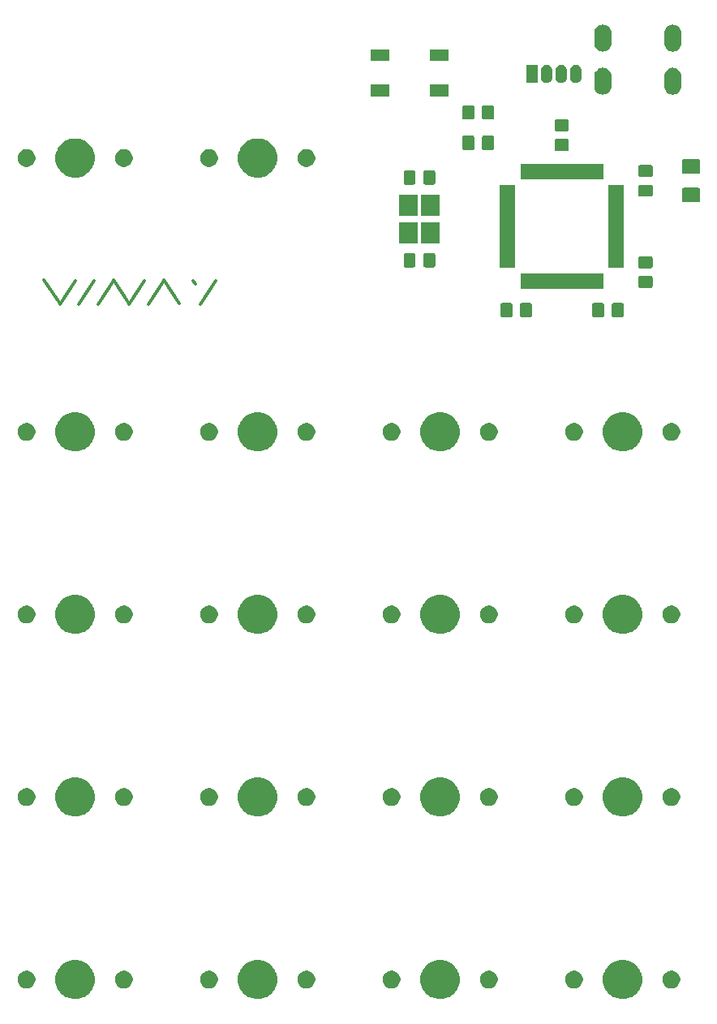
<source format=gts>
G04 #@! TF.GenerationSoftware,KiCad,Pcbnew,(5.1.2)-2*
G04 #@! TF.CreationDate,2019-08-15T09:28:56-05:00*
G04 #@! TF.ProjectId,rootpad,726f6f74-7061-4642-9e6b-696361645f70,rev?*
G04 #@! TF.SameCoordinates,Original*
G04 #@! TF.FileFunction,Soldermask,Top*
G04 #@! TF.FilePolarity,Negative*
%FSLAX46Y46*%
G04 Gerber Fmt 4.6, Leading zero omitted, Abs format (unit mm)*
G04 Created by KiCad (PCBNEW (5.1.2)-2) date 2019-08-15 09:28:56*
%MOMM*%
%LPD*%
G04 APERTURE LIST*
%ADD10C,0.350000*%
%ADD11C,0.100000*%
G04 APERTURE END LIST*
D10*
X126942404Y-73073571D02*
X128570976Y-75516428D01*
X130199547Y-73164047D02*
X128570976Y-75606904D01*
X132190023Y-73164047D02*
X130561452Y-75606904D01*
X134180500Y-73164047D02*
X132551928Y-75606904D01*
X134180500Y-73073571D02*
X135809071Y-75516428D01*
X137437642Y-73164047D02*
X135809071Y-75606904D01*
X139428119Y-73164047D02*
X137799547Y-75606904D01*
X139428119Y-73073571D02*
X141056690Y-75516428D01*
X142504309Y-73164047D02*
X142775738Y-73435476D01*
X144856690Y-73164047D02*
X143228119Y-75606904D01*
D11*
G36*
X149822744Y-144084954D02*
G01*
X150040744Y-144175253D01*
X150194893Y-144239103D01*
X150529818Y-144462893D01*
X150814647Y-144747722D01*
X151038437Y-145082647D01*
X151070832Y-145160856D01*
X151192586Y-145454796D01*
X151271170Y-145849864D01*
X151271170Y-146252676D01*
X151192586Y-146647744D01*
X151141721Y-146770542D01*
X151038437Y-147019893D01*
X150814647Y-147354818D01*
X150529818Y-147639647D01*
X150194893Y-147863437D01*
X150040744Y-147927287D01*
X149822744Y-148017586D01*
X149427676Y-148096170D01*
X149024864Y-148096170D01*
X148629796Y-148017586D01*
X148411796Y-147927287D01*
X148257647Y-147863437D01*
X147922722Y-147639647D01*
X147637893Y-147354818D01*
X147414103Y-147019893D01*
X147310819Y-146770542D01*
X147259954Y-146647744D01*
X147181370Y-146252676D01*
X147181370Y-145849864D01*
X147259954Y-145454796D01*
X147381708Y-145160856D01*
X147414103Y-145082647D01*
X147637893Y-144747722D01*
X147922722Y-144462893D01*
X148257647Y-144239103D01*
X148411796Y-144175253D01*
X148629796Y-144084954D01*
X149024864Y-144006370D01*
X149427676Y-144006370D01*
X149822744Y-144084954D01*
X149822744Y-144084954D01*
G37*
G36*
X130772744Y-144084954D02*
G01*
X130990744Y-144175253D01*
X131144893Y-144239103D01*
X131479818Y-144462893D01*
X131764647Y-144747722D01*
X131988437Y-145082647D01*
X132020832Y-145160856D01*
X132142586Y-145454796D01*
X132221170Y-145849864D01*
X132221170Y-146252676D01*
X132142586Y-146647744D01*
X132091721Y-146770542D01*
X131988437Y-147019893D01*
X131764647Y-147354818D01*
X131479818Y-147639647D01*
X131144893Y-147863437D01*
X130990744Y-147927287D01*
X130772744Y-148017586D01*
X130377676Y-148096170D01*
X129974864Y-148096170D01*
X129579796Y-148017586D01*
X129361796Y-147927287D01*
X129207647Y-147863437D01*
X128872722Y-147639647D01*
X128587893Y-147354818D01*
X128364103Y-147019893D01*
X128260819Y-146770542D01*
X128209954Y-146647744D01*
X128131370Y-146252676D01*
X128131370Y-145849864D01*
X128209954Y-145454796D01*
X128331708Y-145160856D01*
X128364103Y-145082647D01*
X128587893Y-144747722D01*
X128872722Y-144462893D01*
X129207647Y-144239103D01*
X129361796Y-144175253D01*
X129579796Y-144084954D01*
X129974864Y-144006370D01*
X130377676Y-144006370D01*
X130772744Y-144084954D01*
X130772744Y-144084954D01*
G37*
G36*
X187922744Y-144084954D02*
G01*
X188140744Y-144175253D01*
X188294893Y-144239103D01*
X188629818Y-144462893D01*
X188914647Y-144747722D01*
X189138437Y-145082647D01*
X189170832Y-145160856D01*
X189292586Y-145454796D01*
X189371170Y-145849864D01*
X189371170Y-146252676D01*
X189292586Y-146647744D01*
X189241721Y-146770542D01*
X189138437Y-147019893D01*
X188914647Y-147354818D01*
X188629818Y-147639647D01*
X188294893Y-147863437D01*
X188140744Y-147927287D01*
X187922744Y-148017586D01*
X187527676Y-148096170D01*
X187124864Y-148096170D01*
X186729796Y-148017586D01*
X186511796Y-147927287D01*
X186357647Y-147863437D01*
X186022722Y-147639647D01*
X185737893Y-147354818D01*
X185514103Y-147019893D01*
X185410819Y-146770542D01*
X185359954Y-146647744D01*
X185281370Y-146252676D01*
X185281370Y-145849864D01*
X185359954Y-145454796D01*
X185481708Y-145160856D01*
X185514103Y-145082647D01*
X185737893Y-144747722D01*
X186022722Y-144462893D01*
X186357647Y-144239103D01*
X186511796Y-144175253D01*
X186729796Y-144084954D01*
X187124864Y-144006370D01*
X187527676Y-144006370D01*
X187922744Y-144084954D01*
X187922744Y-144084954D01*
G37*
G36*
X168872744Y-144084954D02*
G01*
X169090744Y-144175253D01*
X169244893Y-144239103D01*
X169579818Y-144462893D01*
X169864647Y-144747722D01*
X170088437Y-145082647D01*
X170120832Y-145160856D01*
X170242586Y-145454796D01*
X170321170Y-145849864D01*
X170321170Y-146252676D01*
X170242586Y-146647744D01*
X170191721Y-146770542D01*
X170088437Y-147019893D01*
X169864647Y-147354818D01*
X169579818Y-147639647D01*
X169244893Y-147863437D01*
X169090744Y-147927287D01*
X168872744Y-148017586D01*
X168477676Y-148096170D01*
X168074864Y-148096170D01*
X167679796Y-148017586D01*
X167461796Y-147927287D01*
X167307647Y-147863437D01*
X166972722Y-147639647D01*
X166687893Y-147354818D01*
X166464103Y-147019893D01*
X166360819Y-146770542D01*
X166309954Y-146647744D01*
X166231370Y-146252676D01*
X166231370Y-145849864D01*
X166309954Y-145454796D01*
X166431708Y-145160856D01*
X166464103Y-145082647D01*
X166687893Y-144747722D01*
X166972722Y-144462893D01*
X167307647Y-144239103D01*
X167461796Y-144175253D01*
X167679796Y-144084954D01*
X168074864Y-144006370D01*
X168477676Y-144006370D01*
X168872744Y-144084954D01*
X168872744Y-144084954D01*
G37*
G36*
X173626374Y-145160855D02*
G01*
X173794896Y-145230659D01*
X173946561Y-145331998D01*
X174075542Y-145460979D01*
X174176881Y-145612644D01*
X174246685Y-145781166D01*
X174282270Y-145960067D01*
X174282270Y-146142473D01*
X174246685Y-146321374D01*
X174176881Y-146489896D01*
X174075542Y-146641561D01*
X173946561Y-146770542D01*
X173794896Y-146871881D01*
X173626374Y-146941685D01*
X173447473Y-146977270D01*
X173265067Y-146977270D01*
X173086166Y-146941685D01*
X172917644Y-146871881D01*
X172765979Y-146770542D01*
X172636998Y-146641561D01*
X172535659Y-146489896D01*
X172465855Y-146321374D01*
X172430270Y-146142473D01*
X172430270Y-145960067D01*
X172465855Y-145781166D01*
X172535659Y-145612644D01*
X172636998Y-145460979D01*
X172765979Y-145331998D01*
X172917644Y-145230659D01*
X173086166Y-145160855D01*
X173265067Y-145125270D01*
X173447473Y-145125270D01*
X173626374Y-145160855D01*
X173626374Y-145160855D01*
G37*
G36*
X182516374Y-145160855D02*
G01*
X182684896Y-145230659D01*
X182836561Y-145331998D01*
X182965542Y-145460979D01*
X183066881Y-145612644D01*
X183136685Y-145781166D01*
X183172270Y-145960067D01*
X183172270Y-146142473D01*
X183136685Y-146321374D01*
X183066881Y-146489896D01*
X182965542Y-146641561D01*
X182836561Y-146770542D01*
X182684896Y-146871881D01*
X182516374Y-146941685D01*
X182337473Y-146977270D01*
X182155067Y-146977270D01*
X181976166Y-146941685D01*
X181807644Y-146871881D01*
X181655979Y-146770542D01*
X181526998Y-146641561D01*
X181425659Y-146489896D01*
X181355855Y-146321374D01*
X181320270Y-146142473D01*
X181320270Y-145960067D01*
X181355855Y-145781166D01*
X181425659Y-145612644D01*
X181526998Y-145460979D01*
X181655979Y-145331998D01*
X181807644Y-145230659D01*
X181976166Y-145160855D01*
X182155067Y-145125270D01*
X182337473Y-145125270D01*
X182516374Y-145160855D01*
X182516374Y-145160855D01*
G37*
G36*
X163466374Y-145160855D02*
G01*
X163634896Y-145230659D01*
X163786561Y-145331998D01*
X163915542Y-145460979D01*
X164016881Y-145612644D01*
X164086685Y-145781166D01*
X164122270Y-145960067D01*
X164122270Y-146142473D01*
X164086685Y-146321374D01*
X164016881Y-146489896D01*
X163915542Y-146641561D01*
X163786561Y-146770542D01*
X163634896Y-146871881D01*
X163466374Y-146941685D01*
X163287473Y-146977270D01*
X163105067Y-146977270D01*
X162926166Y-146941685D01*
X162757644Y-146871881D01*
X162605979Y-146770542D01*
X162476998Y-146641561D01*
X162375659Y-146489896D01*
X162305855Y-146321374D01*
X162270270Y-146142473D01*
X162270270Y-145960067D01*
X162305855Y-145781166D01*
X162375659Y-145612644D01*
X162476998Y-145460979D01*
X162605979Y-145331998D01*
X162757644Y-145230659D01*
X162926166Y-145160855D01*
X163105067Y-145125270D01*
X163287473Y-145125270D01*
X163466374Y-145160855D01*
X163466374Y-145160855D01*
G37*
G36*
X154576374Y-145160855D02*
G01*
X154744896Y-145230659D01*
X154896561Y-145331998D01*
X155025542Y-145460979D01*
X155126881Y-145612644D01*
X155196685Y-145781166D01*
X155232270Y-145960067D01*
X155232270Y-146142473D01*
X155196685Y-146321374D01*
X155126881Y-146489896D01*
X155025542Y-146641561D01*
X154896561Y-146770542D01*
X154744896Y-146871881D01*
X154576374Y-146941685D01*
X154397473Y-146977270D01*
X154215067Y-146977270D01*
X154036166Y-146941685D01*
X153867644Y-146871881D01*
X153715979Y-146770542D01*
X153586998Y-146641561D01*
X153485659Y-146489896D01*
X153415855Y-146321374D01*
X153380270Y-146142473D01*
X153380270Y-145960067D01*
X153415855Y-145781166D01*
X153485659Y-145612644D01*
X153586998Y-145460979D01*
X153715979Y-145331998D01*
X153867644Y-145230659D01*
X154036166Y-145160855D01*
X154215067Y-145125270D01*
X154397473Y-145125270D01*
X154576374Y-145160855D01*
X154576374Y-145160855D01*
G37*
G36*
X144416374Y-145160855D02*
G01*
X144584896Y-145230659D01*
X144736561Y-145331998D01*
X144865542Y-145460979D01*
X144966881Y-145612644D01*
X145036685Y-145781166D01*
X145072270Y-145960067D01*
X145072270Y-146142473D01*
X145036685Y-146321374D01*
X144966881Y-146489896D01*
X144865542Y-146641561D01*
X144736561Y-146770542D01*
X144584896Y-146871881D01*
X144416374Y-146941685D01*
X144237473Y-146977270D01*
X144055067Y-146977270D01*
X143876166Y-146941685D01*
X143707644Y-146871881D01*
X143555979Y-146770542D01*
X143426998Y-146641561D01*
X143325659Y-146489896D01*
X143255855Y-146321374D01*
X143220270Y-146142473D01*
X143220270Y-145960067D01*
X143255855Y-145781166D01*
X143325659Y-145612644D01*
X143426998Y-145460979D01*
X143555979Y-145331998D01*
X143707644Y-145230659D01*
X143876166Y-145160855D01*
X144055067Y-145125270D01*
X144237473Y-145125270D01*
X144416374Y-145160855D01*
X144416374Y-145160855D01*
G37*
G36*
X135526374Y-145160855D02*
G01*
X135694896Y-145230659D01*
X135846561Y-145331998D01*
X135975542Y-145460979D01*
X136076881Y-145612644D01*
X136146685Y-145781166D01*
X136182270Y-145960067D01*
X136182270Y-146142473D01*
X136146685Y-146321374D01*
X136076881Y-146489896D01*
X135975542Y-146641561D01*
X135846561Y-146770542D01*
X135694896Y-146871881D01*
X135526374Y-146941685D01*
X135347473Y-146977270D01*
X135165067Y-146977270D01*
X134986166Y-146941685D01*
X134817644Y-146871881D01*
X134665979Y-146770542D01*
X134536998Y-146641561D01*
X134435659Y-146489896D01*
X134365855Y-146321374D01*
X134330270Y-146142473D01*
X134330270Y-145960067D01*
X134365855Y-145781166D01*
X134435659Y-145612644D01*
X134536998Y-145460979D01*
X134665979Y-145331998D01*
X134817644Y-145230659D01*
X134986166Y-145160855D01*
X135165067Y-145125270D01*
X135347473Y-145125270D01*
X135526374Y-145160855D01*
X135526374Y-145160855D01*
G37*
G36*
X125366374Y-145160855D02*
G01*
X125534896Y-145230659D01*
X125686561Y-145331998D01*
X125815542Y-145460979D01*
X125916881Y-145612644D01*
X125986685Y-145781166D01*
X126022270Y-145960067D01*
X126022270Y-146142473D01*
X125986685Y-146321374D01*
X125916881Y-146489896D01*
X125815542Y-146641561D01*
X125686561Y-146770542D01*
X125534896Y-146871881D01*
X125366374Y-146941685D01*
X125187473Y-146977270D01*
X125005067Y-146977270D01*
X124826166Y-146941685D01*
X124657644Y-146871881D01*
X124505979Y-146770542D01*
X124376998Y-146641561D01*
X124275659Y-146489896D01*
X124205855Y-146321374D01*
X124170270Y-146142473D01*
X124170270Y-145960067D01*
X124205855Y-145781166D01*
X124275659Y-145612644D01*
X124376998Y-145460979D01*
X124505979Y-145331998D01*
X124657644Y-145230659D01*
X124826166Y-145160855D01*
X125005067Y-145125270D01*
X125187473Y-145125270D01*
X125366374Y-145160855D01*
X125366374Y-145160855D01*
G37*
G36*
X192676374Y-145160855D02*
G01*
X192844896Y-145230659D01*
X192996561Y-145331998D01*
X193125542Y-145460979D01*
X193226881Y-145612644D01*
X193296685Y-145781166D01*
X193332270Y-145960067D01*
X193332270Y-146142473D01*
X193296685Y-146321374D01*
X193226881Y-146489896D01*
X193125542Y-146641561D01*
X192996561Y-146770542D01*
X192844896Y-146871881D01*
X192676374Y-146941685D01*
X192497473Y-146977270D01*
X192315067Y-146977270D01*
X192136166Y-146941685D01*
X191967644Y-146871881D01*
X191815979Y-146770542D01*
X191686998Y-146641561D01*
X191585659Y-146489896D01*
X191515855Y-146321374D01*
X191480270Y-146142473D01*
X191480270Y-145960067D01*
X191515855Y-145781166D01*
X191585659Y-145612644D01*
X191686998Y-145460979D01*
X191815979Y-145331998D01*
X191967644Y-145230659D01*
X192136166Y-145160855D01*
X192315067Y-145125270D01*
X192497473Y-145125270D01*
X192676374Y-145160855D01*
X192676374Y-145160855D01*
G37*
G36*
X130772744Y-125034954D02*
G01*
X130990744Y-125125253D01*
X131144893Y-125189103D01*
X131479818Y-125412893D01*
X131764647Y-125697722D01*
X131988437Y-126032647D01*
X132020832Y-126110856D01*
X132142586Y-126404796D01*
X132221170Y-126799864D01*
X132221170Y-127202676D01*
X132142586Y-127597744D01*
X132091721Y-127720542D01*
X131988437Y-127969893D01*
X131764647Y-128304818D01*
X131479818Y-128589647D01*
X131144893Y-128813437D01*
X130990744Y-128877287D01*
X130772744Y-128967586D01*
X130377676Y-129046170D01*
X129974864Y-129046170D01*
X129579796Y-128967586D01*
X129361796Y-128877287D01*
X129207647Y-128813437D01*
X128872722Y-128589647D01*
X128587893Y-128304818D01*
X128364103Y-127969893D01*
X128260819Y-127720542D01*
X128209954Y-127597744D01*
X128131370Y-127202676D01*
X128131370Y-126799864D01*
X128209954Y-126404796D01*
X128331708Y-126110856D01*
X128364103Y-126032647D01*
X128587893Y-125697722D01*
X128872722Y-125412893D01*
X129207647Y-125189103D01*
X129361796Y-125125253D01*
X129579796Y-125034954D01*
X129974864Y-124956370D01*
X130377676Y-124956370D01*
X130772744Y-125034954D01*
X130772744Y-125034954D01*
G37*
G36*
X187922744Y-125034954D02*
G01*
X188140744Y-125125253D01*
X188294893Y-125189103D01*
X188629818Y-125412893D01*
X188914647Y-125697722D01*
X189138437Y-126032647D01*
X189170832Y-126110856D01*
X189292586Y-126404796D01*
X189371170Y-126799864D01*
X189371170Y-127202676D01*
X189292586Y-127597744D01*
X189241721Y-127720542D01*
X189138437Y-127969893D01*
X188914647Y-128304818D01*
X188629818Y-128589647D01*
X188294893Y-128813437D01*
X188140744Y-128877287D01*
X187922744Y-128967586D01*
X187527676Y-129046170D01*
X187124864Y-129046170D01*
X186729796Y-128967586D01*
X186511796Y-128877287D01*
X186357647Y-128813437D01*
X186022722Y-128589647D01*
X185737893Y-128304818D01*
X185514103Y-127969893D01*
X185410819Y-127720542D01*
X185359954Y-127597744D01*
X185281370Y-127202676D01*
X185281370Y-126799864D01*
X185359954Y-126404796D01*
X185481708Y-126110856D01*
X185514103Y-126032647D01*
X185737893Y-125697722D01*
X186022722Y-125412893D01*
X186357647Y-125189103D01*
X186511796Y-125125253D01*
X186729796Y-125034954D01*
X187124864Y-124956370D01*
X187527676Y-124956370D01*
X187922744Y-125034954D01*
X187922744Y-125034954D01*
G37*
G36*
X168872744Y-125034954D02*
G01*
X169090744Y-125125253D01*
X169244893Y-125189103D01*
X169579818Y-125412893D01*
X169864647Y-125697722D01*
X170088437Y-126032647D01*
X170120832Y-126110856D01*
X170242586Y-126404796D01*
X170321170Y-126799864D01*
X170321170Y-127202676D01*
X170242586Y-127597744D01*
X170191721Y-127720542D01*
X170088437Y-127969893D01*
X169864647Y-128304818D01*
X169579818Y-128589647D01*
X169244893Y-128813437D01*
X169090744Y-128877287D01*
X168872744Y-128967586D01*
X168477676Y-129046170D01*
X168074864Y-129046170D01*
X167679796Y-128967586D01*
X167461796Y-128877287D01*
X167307647Y-128813437D01*
X166972722Y-128589647D01*
X166687893Y-128304818D01*
X166464103Y-127969893D01*
X166360819Y-127720542D01*
X166309954Y-127597744D01*
X166231370Y-127202676D01*
X166231370Y-126799864D01*
X166309954Y-126404796D01*
X166431708Y-126110856D01*
X166464103Y-126032647D01*
X166687893Y-125697722D01*
X166972722Y-125412893D01*
X167307647Y-125189103D01*
X167461796Y-125125253D01*
X167679796Y-125034954D01*
X168074864Y-124956370D01*
X168477676Y-124956370D01*
X168872744Y-125034954D01*
X168872744Y-125034954D01*
G37*
G36*
X149822744Y-125034954D02*
G01*
X150040744Y-125125253D01*
X150194893Y-125189103D01*
X150529818Y-125412893D01*
X150814647Y-125697722D01*
X151038437Y-126032647D01*
X151070832Y-126110856D01*
X151192586Y-126404796D01*
X151271170Y-126799864D01*
X151271170Y-127202676D01*
X151192586Y-127597744D01*
X151141721Y-127720542D01*
X151038437Y-127969893D01*
X150814647Y-128304818D01*
X150529818Y-128589647D01*
X150194893Y-128813437D01*
X150040744Y-128877287D01*
X149822744Y-128967586D01*
X149427676Y-129046170D01*
X149024864Y-129046170D01*
X148629796Y-128967586D01*
X148411796Y-128877287D01*
X148257647Y-128813437D01*
X147922722Y-128589647D01*
X147637893Y-128304818D01*
X147414103Y-127969893D01*
X147310819Y-127720542D01*
X147259954Y-127597744D01*
X147181370Y-127202676D01*
X147181370Y-126799864D01*
X147259954Y-126404796D01*
X147381708Y-126110856D01*
X147414103Y-126032647D01*
X147637893Y-125697722D01*
X147922722Y-125412893D01*
X148257647Y-125189103D01*
X148411796Y-125125253D01*
X148629796Y-125034954D01*
X149024864Y-124956370D01*
X149427676Y-124956370D01*
X149822744Y-125034954D01*
X149822744Y-125034954D01*
G37*
G36*
X135526374Y-126110855D02*
G01*
X135694896Y-126180659D01*
X135846561Y-126281998D01*
X135975542Y-126410979D01*
X136076881Y-126562644D01*
X136146685Y-126731166D01*
X136182270Y-126910067D01*
X136182270Y-127092473D01*
X136146685Y-127271374D01*
X136076881Y-127439896D01*
X135975542Y-127591561D01*
X135846561Y-127720542D01*
X135694896Y-127821881D01*
X135526374Y-127891685D01*
X135347473Y-127927270D01*
X135165067Y-127927270D01*
X134986166Y-127891685D01*
X134817644Y-127821881D01*
X134665979Y-127720542D01*
X134536998Y-127591561D01*
X134435659Y-127439896D01*
X134365855Y-127271374D01*
X134330270Y-127092473D01*
X134330270Y-126910067D01*
X134365855Y-126731166D01*
X134435659Y-126562644D01*
X134536998Y-126410979D01*
X134665979Y-126281998D01*
X134817644Y-126180659D01*
X134986166Y-126110855D01*
X135165067Y-126075270D01*
X135347473Y-126075270D01*
X135526374Y-126110855D01*
X135526374Y-126110855D01*
G37*
G36*
X125366374Y-126110855D02*
G01*
X125534896Y-126180659D01*
X125686561Y-126281998D01*
X125815542Y-126410979D01*
X125916881Y-126562644D01*
X125986685Y-126731166D01*
X126022270Y-126910067D01*
X126022270Y-127092473D01*
X125986685Y-127271374D01*
X125916881Y-127439896D01*
X125815542Y-127591561D01*
X125686561Y-127720542D01*
X125534896Y-127821881D01*
X125366374Y-127891685D01*
X125187473Y-127927270D01*
X125005067Y-127927270D01*
X124826166Y-127891685D01*
X124657644Y-127821881D01*
X124505979Y-127720542D01*
X124376998Y-127591561D01*
X124275659Y-127439896D01*
X124205855Y-127271374D01*
X124170270Y-127092473D01*
X124170270Y-126910067D01*
X124205855Y-126731166D01*
X124275659Y-126562644D01*
X124376998Y-126410979D01*
X124505979Y-126281998D01*
X124657644Y-126180659D01*
X124826166Y-126110855D01*
X125005067Y-126075270D01*
X125187473Y-126075270D01*
X125366374Y-126110855D01*
X125366374Y-126110855D01*
G37*
G36*
X144416374Y-126110855D02*
G01*
X144584896Y-126180659D01*
X144736561Y-126281998D01*
X144865542Y-126410979D01*
X144966881Y-126562644D01*
X145036685Y-126731166D01*
X145072270Y-126910067D01*
X145072270Y-127092473D01*
X145036685Y-127271374D01*
X144966881Y-127439896D01*
X144865542Y-127591561D01*
X144736561Y-127720542D01*
X144584896Y-127821881D01*
X144416374Y-127891685D01*
X144237473Y-127927270D01*
X144055067Y-127927270D01*
X143876166Y-127891685D01*
X143707644Y-127821881D01*
X143555979Y-127720542D01*
X143426998Y-127591561D01*
X143325659Y-127439896D01*
X143255855Y-127271374D01*
X143220270Y-127092473D01*
X143220270Y-126910067D01*
X143255855Y-126731166D01*
X143325659Y-126562644D01*
X143426998Y-126410979D01*
X143555979Y-126281998D01*
X143707644Y-126180659D01*
X143876166Y-126110855D01*
X144055067Y-126075270D01*
X144237473Y-126075270D01*
X144416374Y-126110855D01*
X144416374Y-126110855D01*
G37*
G36*
X154576374Y-126110855D02*
G01*
X154744896Y-126180659D01*
X154896561Y-126281998D01*
X155025542Y-126410979D01*
X155126881Y-126562644D01*
X155196685Y-126731166D01*
X155232270Y-126910067D01*
X155232270Y-127092473D01*
X155196685Y-127271374D01*
X155126881Y-127439896D01*
X155025542Y-127591561D01*
X154896561Y-127720542D01*
X154744896Y-127821881D01*
X154576374Y-127891685D01*
X154397473Y-127927270D01*
X154215067Y-127927270D01*
X154036166Y-127891685D01*
X153867644Y-127821881D01*
X153715979Y-127720542D01*
X153586998Y-127591561D01*
X153485659Y-127439896D01*
X153415855Y-127271374D01*
X153380270Y-127092473D01*
X153380270Y-126910067D01*
X153415855Y-126731166D01*
X153485659Y-126562644D01*
X153586998Y-126410979D01*
X153715979Y-126281998D01*
X153867644Y-126180659D01*
X154036166Y-126110855D01*
X154215067Y-126075270D01*
X154397473Y-126075270D01*
X154576374Y-126110855D01*
X154576374Y-126110855D01*
G37*
G36*
X173626374Y-126110855D02*
G01*
X173794896Y-126180659D01*
X173946561Y-126281998D01*
X174075542Y-126410979D01*
X174176881Y-126562644D01*
X174246685Y-126731166D01*
X174282270Y-126910067D01*
X174282270Y-127092473D01*
X174246685Y-127271374D01*
X174176881Y-127439896D01*
X174075542Y-127591561D01*
X173946561Y-127720542D01*
X173794896Y-127821881D01*
X173626374Y-127891685D01*
X173447473Y-127927270D01*
X173265067Y-127927270D01*
X173086166Y-127891685D01*
X172917644Y-127821881D01*
X172765979Y-127720542D01*
X172636998Y-127591561D01*
X172535659Y-127439896D01*
X172465855Y-127271374D01*
X172430270Y-127092473D01*
X172430270Y-126910067D01*
X172465855Y-126731166D01*
X172535659Y-126562644D01*
X172636998Y-126410979D01*
X172765979Y-126281998D01*
X172917644Y-126180659D01*
X173086166Y-126110855D01*
X173265067Y-126075270D01*
X173447473Y-126075270D01*
X173626374Y-126110855D01*
X173626374Y-126110855D01*
G37*
G36*
X192676374Y-126110855D02*
G01*
X192844896Y-126180659D01*
X192996561Y-126281998D01*
X193125542Y-126410979D01*
X193226881Y-126562644D01*
X193296685Y-126731166D01*
X193332270Y-126910067D01*
X193332270Y-127092473D01*
X193296685Y-127271374D01*
X193226881Y-127439896D01*
X193125542Y-127591561D01*
X192996561Y-127720542D01*
X192844896Y-127821881D01*
X192676374Y-127891685D01*
X192497473Y-127927270D01*
X192315067Y-127927270D01*
X192136166Y-127891685D01*
X191967644Y-127821881D01*
X191815979Y-127720542D01*
X191686998Y-127591561D01*
X191585659Y-127439896D01*
X191515855Y-127271374D01*
X191480270Y-127092473D01*
X191480270Y-126910067D01*
X191515855Y-126731166D01*
X191585659Y-126562644D01*
X191686998Y-126410979D01*
X191815979Y-126281998D01*
X191967644Y-126180659D01*
X192136166Y-126110855D01*
X192315067Y-126075270D01*
X192497473Y-126075270D01*
X192676374Y-126110855D01*
X192676374Y-126110855D01*
G37*
G36*
X182516374Y-126110855D02*
G01*
X182684896Y-126180659D01*
X182836561Y-126281998D01*
X182965542Y-126410979D01*
X183066881Y-126562644D01*
X183136685Y-126731166D01*
X183172270Y-126910067D01*
X183172270Y-127092473D01*
X183136685Y-127271374D01*
X183066881Y-127439896D01*
X182965542Y-127591561D01*
X182836561Y-127720542D01*
X182684896Y-127821881D01*
X182516374Y-127891685D01*
X182337473Y-127927270D01*
X182155067Y-127927270D01*
X181976166Y-127891685D01*
X181807644Y-127821881D01*
X181655979Y-127720542D01*
X181526998Y-127591561D01*
X181425659Y-127439896D01*
X181355855Y-127271374D01*
X181320270Y-127092473D01*
X181320270Y-126910067D01*
X181355855Y-126731166D01*
X181425659Y-126562644D01*
X181526998Y-126410979D01*
X181655979Y-126281998D01*
X181807644Y-126180659D01*
X181976166Y-126110855D01*
X182155067Y-126075270D01*
X182337473Y-126075270D01*
X182516374Y-126110855D01*
X182516374Y-126110855D01*
G37*
G36*
X163466374Y-126110855D02*
G01*
X163634896Y-126180659D01*
X163786561Y-126281998D01*
X163915542Y-126410979D01*
X164016881Y-126562644D01*
X164086685Y-126731166D01*
X164122270Y-126910067D01*
X164122270Y-127092473D01*
X164086685Y-127271374D01*
X164016881Y-127439896D01*
X163915542Y-127591561D01*
X163786561Y-127720542D01*
X163634896Y-127821881D01*
X163466374Y-127891685D01*
X163287473Y-127927270D01*
X163105067Y-127927270D01*
X162926166Y-127891685D01*
X162757644Y-127821881D01*
X162605979Y-127720542D01*
X162476998Y-127591561D01*
X162375659Y-127439896D01*
X162305855Y-127271374D01*
X162270270Y-127092473D01*
X162270270Y-126910067D01*
X162305855Y-126731166D01*
X162375659Y-126562644D01*
X162476998Y-126410979D01*
X162605979Y-126281998D01*
X162757644Y-126180659D01*
X162926166Y-126110855D01*
X163105067Y-126075270D01*
X163287473Y-126075270D01*
X163466374Y-126110855D01*
X163466374Y-126110855D01*
G37*
G36*
X130772744Y-105984954D02*
G01*
X130990744Y-106075253D01*
X131144893Y-106139103D01*
X131479818Y-106362893D01*
X131764647Y-106647722D01*
X131988437Y-106982647D01*
X132020832Y-107060856D01*
X132142586Y-107354796D01*
X132221170Y-107749864D01*
X132221170Y-108152676D01*
X132142586Y-108547744D01*
X132091721Y-108670542D01*
X131988437Y-108919893D01*
X131764647Y-109254818D01*
X131479818Y-109539647D01*
X131144893Y-109763437D01*
X130990744Y-109827287D01*
X130772744Y-109917586D01*
X130377676Y-109996170D01*
X129974864Y-109996170D01*
X129579796Y-109917586D01*
X129361796Y-109827287D01*
X129207647Y-109763437D01*
X128872722Y-109539647D01*
X128587893Y-109254818D01*
X128364103Y-108919893D01*
X128260819Y-108670542D01*
X128209954Y-108547744D01*
X128131370Y-108152676D01*
X128131370Y-107749864D01*
X128209954Y-107354796D01*
X128331708Y-107060856D01*
X128364103Y-106982647D01*
X128587893Y-106647722D01*
X128872722Y-106362893D01*
X129207647Y-106139103D01*
X129361796Y-106075253D01*
X129579796Y-105984954D01*
X129974864Y-105906370D01*
X130377676Y-105906370D01*
X130772744Y-105984954D01*
X130772744Y-105984954D01*
G37*
G36*
X149822744Y-105984954D02*
G01*
X150040744Y-106075253D01*
X150194893Y-106139103D01*
X150529818Y-106362893D01*
X150814647Y-106647722D01*
X151038437Y-106982647D01*
X151070832Y-107060856D01*
X151192586Y-107354796D01*
X151271170Y-107749864D01*
X151271170Y-108152676D01*
X151192586Y-108547744D01*
X151141721Y-108670542D01*
X151038437Y-108919893D01*
X150814647Y-109254818D01*
X150529818Y-109539647D01*
X150194893Y-109763437D01*
X150040744Y-109827287D01*
X149822744Y-109917586D01*
X149427676Y-109996170D01*
X149024864Y-109996170D01*
X148629796Y-109917586D01*
X148411796Y-109827287D01*
X148257647Y-109763437D01*
X147922722Y-109539647D01*
X147637893Y-109254818D01*
X147414103Y-108919893D01*
X147310819Y-108670542D01*
X147259954Y-108547744D01*
X147181370Y-108152676D01*
X147181370Y-107749864D01*
X147259954Y-107354796D01*
X147381708Y-107060856D01*
X147414103Y-106982647D01*
X147637893Y-106647722D01*
X147922722Y-106362893D01*
X148257647Y-106139103D01*
X148411796Y-106075253D01*
X148629796Y-105984954D01*
X149024864Y-105906370D01*
X149427676Y-105906370D01*
X149822744Y-105984954D01*
X149822744Y-105984954D01*
G37*
G36*
X168872744Y-105984954D02*
G01*
X169090744Y-106075253D01*
X169244893Y-106139103D01*
X169579818Y-106362893D01*
X169864647Y-106647722D01*
X170088437Y-106982647D01*
X170120832Y-107060856D01*
X170242586Y-107354796D01*
X170321170Y-107749864D01*
X170321170Y-108152676D01*
X170242586Y-108547744D01*
X170191721Y-108670542D01*
X170088437Y-108919893D01*
X169864647Y-109254818D01*
X169579818Y-109539647D01*
X169244893Y-109763437D01*
X169090744Y-109827287D01*
X168872744Y-109917586D01*
X168477676Y-109996170D01*
X168074864Y-109996170D01*
X167679796Y-109917586D01*
X167461796Y-109827287D01*
X167307647Y-109763437D01*
X166972722Y-109539647D01*
X166687893Y-109254818D01*
X166464103Y-108919893D01*
X166360819Y-108670542D01*
X166309954Y-108547744D01*
X166231370Y-108152676D01*
X166231370Y-107749864D01*
X166309954Y-107354796D01*
X166431708Y-107060856D01*
X166464103Y-106982647D01*
X166687893Y-106647722D01*
X166972722Y-106362893D01*
X167307647Y-106139103D01*
X167461796Y-106075253D01*
X167679796Y-105984954D01*
X168074864Y-105906370D01*
X168477676Y-105906370D01*
X168872744Y-105984954D01*
X168872744Y-105984954D01*
G37*
G36*
X187922744Y-105984954D02*
G01*
X188140744Y-106075253D01*
X188294893Y-106139103D01*
X188629818Y-106362893D01*
X188914647Y-106647722D01*
X189138437Y-106982647D01*
X189170832Y-107060856D01*
X189292586Y-107354796D01*
X189371170Y-107749864D01*
X189371170Y-108152676D01*
X189292586Y-108547744D01*
X189241721Y-108670542D01*
X189138437Y-108919893D01*
X188914647Y-109254818D01*
X188629818Y-109539647D01*
X188294893Y-109763437D01*
X188140744Y-109827287D01*
X187922744Y-109917586D01*
X187527676Y-109996170D01*
X187124864Y-109996170D01*
X186729796Y-109917586D01*
X186511796Y-109827287D01*
X186357647Y-109763437D01*
X186022722Y-109539647D01*
X185737893Y-109254818D01*
X185514103Y-108919893D01*
X185410819Y-108670542D01*
X185359954Y-108547744D01*
X185281370Y-108152676D01*
X185281370Y-107749864D01*
X185359954Y-107354796D01*
X185481708Y-107060856D01*
X185514103Y-106982647D01*
X185737893Y-106647722D01*
X186022722Y-106362893D01*
X186357647Y-106139103D01*
X186511796Y-106075253D01*
X186729796Y-105984954D01*
X187124864Y-105906370D01*
X187527676Y-105906370D01*
X187922744Y-105984954D01*
X187922744Y-105984954D01*
G37*
G36*
X163466374Y-107060855D02*
G01*
X163634896Y-107130659D01*
X163786561Y-107231998D01*
X163915542Y-107360979D01*
X164016881Y-107512644D01*
X164086685Y-107681166D01*
X164122270Y-107860067D01*
X164122270Y-108042473D01*
X164086685Y-108221374D01*
X164016881Y-108389896D01*
X163915542Y-108541561D01*
X163786561Y-108670542D01*
X163634896Y-108771881D01*
X163466374Y-108841685D01*
X163287473Y-108877270D01*
X163105067Y-108877270D01*
X162926166Y-108841685D01*
X162757644Y-108771881D01*
X162605979Y-108670542D01*
X162476998Y-108541561D01*
X162375659Y-108389896D01*
X162305855Y-108221374D01*
X162270270Y-108042473D01*
X162270270Y-107860067D01*
X162305855Y-107681166D01*
X162375659Y-107512644D01*
X162476998Y-107360979D01*
X162605979Y-107231998D01*
X162757644Y-107130659D01*
X162926166Y-107060855D01*
X163105067Y-107025270D01*
X163287473Y-107025270D01*
X163466374Y-107060855D01*
X163466374Y-107060855D01*
G37*
G36*
X192676374Y-107060855D02*
G01*
X192844896Y-107130659D01*
X192996561Y-107231998D01*
X193125542Y-107360979D01*
X193226881Y-107512644D01*
X193296685Y-107681166D01*
X193332270Y-107860067D01*
X193332270Y-108042473D01*
X193296685Y-108221374D01*
X193226881Y-108389896D01*
X193125542Y-108541561D01*
X192996561Y-108670542D01*
X192844896Y-108771881D01*
X192676374Y-108841685D01*
X192497473Y-108877270D01*
X192315067Y-108877270D01*
X192136166Y-108841685D01*
X191967644Y-108771881D01*
X191815979Y-108670542D01*
X191686998Y-108541561D01*
X191585659Y-108389896D01*
X191515855Y-108221374D01*
X191480270Y-108042473D01*
X191480270Y-107860067D01*
X191515855Y-107681166D01*
X191585659Y-107512644D01*
X191686998Y-107360979D01*
X191815979Y-107231998D01*
X191967644Y-107130659D01*
X192136166Y-107060855D01*
X192315067Y-107025270D01*
X192497473Y-107025270D01*
X192676374Y-107060855D01*
X192676374Y-107060855D01*
G37*
G36*
X182516374Y-107060855D02*
G01*
X182684896Y-107130659D01*
X182836561Y-107231998D01*
X182965542Y-107360979D01*
X183066881Y-107512644D01*
X183136685Y-107681166D01*
X183172270Y-107860067D01*
X183172270Y-108042473D01*
X183136685Y-108221374D01*
X183066881Y-108389896D01*
X182965542Y-108541561D01*
X182836561Y-108670542D01*
X182684896Y-108771881D01*
X182516374Y-108841685D01*
X182337473Y-108877270D01*
X182155067Y-108877270D01*
X181976166Y-108841685D01*
X181807644Y-108771881D01*
X181655979Y-108670542D01*
X181526998Y-108541561D01*
X181425659Y-108389896D01*
X181355855Y-108221374D01*
X181320270Y-108042473D01*
X181320270Y-107860067D01*
X181355855Y-107681166D01*
X181425659Y-107512644D01*
X181526998Y-107360979D01*
X181655979Y-107231998D01*
X181807644Y-107130659D01*
X181976166Y-107060855D01*
X182155067Y-107025270D01*
X182337473Y-107025270D01*
X182516374Y-107060855D01*
X182516374Y-107060855D01*
G37*
G36*
X173626374Y-107060855D02*
G01*
X173794896Y-107130659D01*
X173946561Y-107231998D01*
X174075542Y-107360979D01*
X174176881Y-107512644D01*
X174246685Y-107681166D01*
X174282270Y-107860067D01*
X174282270Y-108042473D01*
X174246685Y-108221374D01*
X174176881Y-108389896D01*
X174075542Y-108541561D01*
X173946561Y-108670542D01*
X173794896Y-108771881D01*
X173626374Y-108841685D01*
X173447473Y-108877270D01*
X173265067Y-108877270D01*
X173086166Y-108841685D01*
X172917644Y-108771881D01*
X172765979Y-108670542D01*
X172636998Y-108541561D01*
X172535659Y-108389896D01*
X172465855Y-108221374D01*
X172430270Y-108042473D01*
X172430270Y-107860067D01*
X172465855Y-107681166D01*
X172535659Y-107512644D01*
X172636998Y-107360979D01*
X172765979Y-107231998D01*
X172917644Y-107130659D01*
X173086166Y-107060855D01*
X173265067Y-107025270D01*
X173447473Y-107025270D01*
X173626374Y-107060855D01*
X173626374Y-107060855D01*
G37*
G36*
X154576374Y-107060855D02*
G01*
X154744896Y-107130659D01*
X154896561Y-107231998D01*
X155025542Y-107360979D01*
X155126881Y-107512644D01*
X155196685Y-107681166D01*
X155232270Y-107860067D01*
X155232270Y-108042473D01*
X155196685Y-108221374D01*
X155126881Y-108389896D01*
X155025542Y-108541561D01*
X154896561Y-108670542D01*
X154744896Y-108771881D01*
X154576374Y-108841685D01*
X154397473Y-108877270D01*
X154215067Y-108877270D01*
X154036166Y-108841685D01*
X153867644Y-108771881D01*
X153715979Y-108670542D01*
X153586998Y-108541561D01*
X153485659Y-108389896D01*
X153415855Y-108221374D01*
X153380270Y-108042473D01*
X153380270Y-107860067D01*
X153415855Y-107681166D01*
X153485659Y-107512644D01*
X153586998Y-107360979D01*
X153715979Y-107231998D01*
X153867644Y-107130659D01*
X154036166Y-107060855D01*
X154215067Y-107025270D01*
X154397473Y-107025270D01*
X154576374Y-107060855D01*
X154576374Y-107060855D01*
G37*
G36*
X135526374Y-107060855D02*
G01*
X135694896Y-107130659D01*
X135846561Y-107231998D01*
X135975542Y-107360979D01*
X136076881Y-107512644D01*
X136146685Y-107681166D01*
X136182270Y-107860067D01*
X136182270Y-108042473D01*
X136146685Y-108221374D01*
X136076881Y-108389896D01*
X135975542Y-108541561D01*
X135846561Y-108670542D01*
X135694896Y-108771881D01*
X135526374Y-108841685D01*
X135347473Y-108877270D01*
X135165067Y-108877270D01*
X134986166Y-108841685D01*
X134817644Y-108771881D01*
X134665979Y-108670542D01*
X134536998Y-108541561D01*
X134435659Y-108389896D01*
X134365855Y-108221374D01*
X134330270Y-108042473D01*
X134330270Y-107860067D01*
X134365855Y-107681166D01*
X134435659Y-107512644D01*
X134536998Y-107360979D01*
X134665979Y-107231998D01*
X134817644Y-107130659D01*
X134986166Y-107060855D01*
X135165067Y-107025270D01*
X135347473Y-107025270D01*
X135526374Y-107060855D01*
X135526374Y-107060855D01*
G37*
G36*
X125366374Y-107060855D02*
G01*
X125534896Y-107130659D01*
X125686561Y-107231998D01*
X125815542Y-107360979D01*
X125916881Y-107512644D01*
X125986685Y-107681166D01*
X126022270Y-107860067D01*
X126022270Y-108042473D01*
X125986685Y-108221374D01*
X125916881Y-108389896D01*
X125815542Y-108541561D01*
X125686561Y-108670542D01*
X125534896Y-108771881D01*
X125366374Y-108841685D01*
X125187473Y-108877270D01*
X125005067Y-108877270D01*
X124826166Y-108841685D01*
X124657644Y-108771881D01*
X124505979Y-108670542D01*
X124376998Y-108541561D01*
X124275659Y-108389896D01*
X124205855Y-108221374D01*
X124170270Y-108042473D01*
X124170270Y-107860067D01*
X124205855Y-107681166D01*
X124275659Y-107512644D01*
X124376998Y-107360979D01*
X124505979Y-107231998D01*
X124657644Y-107130659D01*
X124826166Y-107060855D01*
X125005067Y-107025270D01*
X125187473Y-107025270D01*
X125366374Y-107060855D01*
X125366374Y-107060855D01*
G37*
G36*
X144416374Y-107060855D02*
G01*
X144584896Y-107130659D01*
X144736561Y-107231998D01*
X144865542Y-107360979D01*
X144966881Y-107512644D01*
X145036685Y-107681166D01*
X145072270Y-107860067D01*
X145072270Y-108042473D01*
X145036685Y-108221374D01*
X144966881Y-108389896D01*
X144865542Y-108541561D01*
X144736561Y-108670542D01*
X144584896Y-108771881D01*
X144416374Y-108841685D01*
X144237473Y-108877270D01*
X144055067Y-108877270D01*
X143876166Y-108841685D01*
X143707644Y-108771881D01*
X143555979Y-108670542D01*
X143426998Y-108541561D01*
X143325659Y-108389896D01*
X143255855Y-108221374D01*
X143220270Y-108042473D01*
X143220270Y-107860067D01*
X143255855Y-107681166D01*
X143325659Y-107512644D01*
X143426998Y-107360979D01*
X143555979Y-107231998D01*
X143707644Y-107130659D01*
X143876166Y-107060855D01*
X144055067Y-107025270D01*
X144237473Y-107025270D01*
X144416374Y-107060855D01*
X144416374Y-107060855D01*
G37*
G36*
X130772744Y-86934954D02*
G01*
X130990744Y-87025253D01*
X131144893Y-87089103D01*
X131479818Y-87312893D01*
X131764647Y-87597722D01*
X131988437Y-87932647D01*
X132020832Y-88010856D01*
X132142586Y-88304796D01*
X132221170Y-88699864D01*
X132221170Y-89102676D01*
X132142586Y-89497744D01*
X132091721Y-89620542D01*
X131988437Y-89869893D01*
X131764647Y-90204818D01*
X131479818Y-90489647D01*
X131144893Y-90713437D01*
X130990744Y-90777287D01*
X130772744Y-90867586D01*
X130377676Y-90946170D01*
X129974864Y-90946170D01*
X129579796Y-90867586D01*
X129361796Y-90777287D01*
X129207647Y-90713437D01*
X128872722Y-90489647D01*
X128587893Y-90204818D01*
X128364103Y-89869893D01*
X128260819Y-89620542D01*
X128209954Y-89497744D01*
X128131370Y-89102676D01*
X128131370Y-88699864D01*
X128209954Y-88304796D01*
X128331708Y-88010856D01*
X128364103Y-87932647D01*
X128587893Y-87597722D01*
X128872722Y-87312893D01*
X129207647Y-87089103D01*
X129361796Y-87025253D01*
X129579796Y-86934954D01*
X129974864Y-86856370D01*
X130377676Y-86856370D01*
X130772744Y-86934954D01*
X130772744Y-86934954D01*
G37*
G36*
X187922744Y-86934954D02*
G01*
X188140744Y-87025253D01*
X188294893Y-87089103D01*
X188629818Y-87312893D01*
X188914647Y-87597722D01*
X189138437Y-87932647D01*
X189170832Y-88010856D01*
X189292586Y-88304796D01*
X189371170Y-88699864D01*
X189371170Y-89102676D01*
X189292586Y-89497744D01*
X189241721Y-89620542D01*
X189138437Y-89869893D01*
X188914647Y-90204818D01*
X188629818Y-90489647D01*
X188294893Y-90713437D01*
X188140744Y-90777287D01*
X187922744Y-90867586D01*
X187527676Y-90946170D01*
X187124864Y-90946170D01*
X186729796Y-90867586D01*
X186511796Y-90777287D01*
X186357647Y-90713437D01*
X186022722Y-90489647D01*
X185737893Y-90204818D01*
X185514103Y-89869893D01*
X185410819Y-89620542D01*
X185359954Y-89497744D01*
X185281370Y-89102676D01*
X185281370Y-88699864D01*
X185359954Y-88304796D01*
X185481708Y-88010856D01*
X185514103Y-87932647D01*
X185737893Y-87597722D01*
X186022722Y-87312893D01*
X186357647Y-87089103D01*
X186511796Y-87025253D01*
X186729796Y-86934954D01*
X187124864Y-86856370D01*
X187527676Y-86856370D01*
X187922744Y-86934954D01*
X187922744Y-86934954D01*
G37*
G36*
X168872744Y-86934954D02*
G01*
X169090744Y-87025253D01*
X169244893Y-87089103D01*
X169579818Y-87312893D01*
X169864647Y-87597722D01*
X170088437Y-87932647D01*
X170120832Y-88010856D01*
X170242586Y-88304796D01*
X170321170Y-88699864D01*
X170321170Y-89102676D01*
X170242586Y-89497744D01*
X170191721Y-89620542D01*
X170088437Y-89869893D01*
X169864647Y-90204818D01*
X169579818Y-90489647D01*
X169244893Y-90713437D01*
X169090744Y-90777287D01*
X168872744Y-90867586D01*
X168477676Y-90946170D01*
X168074864Y-90946170D01*
X167679796Y-90867586D01*
X167461796Y-90777287D01*
X167307647Y-90713437D01*
X166972722Y-90489647D01*
X166687893Y-90204818D01*
X166464103Y-89869893D01*
X166360819Y-89620542D01*
X166309954Y-89497744D01*
X166231370Y-89102676D01*
X166231370Y-88699864D01*
X166309954Y-88304796D01*
X166431708Y-88010856D01*
X166464103Y-87932647D01*
X166687893Y-87597722D01*
X166972722Y-87312893D01*
X167307647Y-87089103D01*
X167461796Y-87025253D01*
X167679796Y-86934954D01*
X168074864Y-86856370D01*
X168477676Y-86856370D01*
X168872744Y-86934954D01*
X168872744Y-86934954D01*
G37*
G36*
X149822744Y-86934954D02*
G01*
X150040744Y-87025253D01*
X150194893Y-87089103D01*
X150529818Y-87312893D01*
X150814647Y-87597722D01*
X151038437Y-87932647D01*
X151070832Y-88010856D01*
X151192586Y-88304796D01*
X151271170Y-88699864D01*
X151271170Y-89102676D01*
X151192586Y-89497744D01*
X151141721Y-89620542D01*
X151038437Y-89869893D01*
X150814647Y-90204818D01*
X150529818Y-90489647D01*
X150194893Y-90713437D01*
X150040744Y-90777287D01*
X149822744Y-90867586D01*
X149427676Y-90946170D01*
X149024864Y-90946170D01*
X148629796Y-90867586D01*
X148411796Y-90777287D01*
X148257647Y-90713437D01*
X147922722Y-90489647D01*
X147637893Y-90204818D01*
X147414103Y-89869893D01*
X147310819Y-89620542D01*
X147259954Y-89497744D01*
X147181370Y-89102676D01*
X147181370Y-88699864D01*
X147259954Y-88304796D01*
X147381708Y-88010856D01*
X147414103Y-87932647D01*
X147637893Y-87597722D01*
X147922722Y-87312893D01*
X148257647Y-87089103D01*
X148411796Y-87025253D01*
X148629796Y-86934954D01*
X149024864Y-86856370D01*
X149427676Y-86856370D01*
X149822744Y-86934954D01*
X149822744Y-86934954D01*
G37*
G36*
X125366374Y-88010855D02*
G01*
X125534896Y-88080659D01*
X125686561Y-88181998D01*
X125815542Y-88310979D01*
X125916881Y-88462644D01*
X125986685Y-88631166D01*
X126022270Y-88810067D01*
X126022270Y-88992473D01*
X125986685Y-89171374D01*
X125916881Y-89339896D01*
X125815542Y-89491561D01*
X125686561Y-89620542D01*
X125534896Y-89721881D01*
X125366374Y-89791685D01*
X125187473Y-89827270D01*
X125005067Y-89827270D01*
X124826166Y-89791685D01*
X124657644Y-89721881D01*
X124505979Y-89620542D01*
X124376998Y-89491561D01*
X124275659Y-89339896D01*
X124205855Y-89171374D01*
X124170270Y-88992473D01*
X124170270Y-88810067D01*
X124205855Y-88631166D01*
X124275659Y-88462644D01*
X124376998Y-88310979D01*
X124505979Y-88181998D01*
X124657644Y-88080659D01*
X124826166Y-88010855D01*
X125005067Y-87975270D01*
X125187473Y-87975270D01*
X125366374Y-88010855D01*
X125366374Y-88010855D01*
G37*
G36*
X135526374Y-88010855D02*
G01*
X135694896Y-88080659D01*
X135846561Y-88181998D01*
X135975542Y-88310979D01*
X136076881Y-88462644D01*
X136146685Y-88631166D01*
X136182270Y-88810067D01*
X136182270Y-88992473D01*
X136146685Y-89171374D01*
X136076881Y-89339896D01*
X135975542Y-89491561D01*
X135846561Y-89620542D01*
X135694896Y-89721881D01*
X135526374Y-89791685D01*
X135347473Y-89827270D01*
X135165067Y-89827270D01*
X134986166Y-89791685D01*
X134817644Y-89721881D01*
X134665979Y-89620542D01*
X134536998Y-89491561D01*
X134435659Y-89339896D01*
X134365855Y-89171374D01*
X134330270Y-88992473D01*
X134330270Y-88810067D01*
X134365855Y-88631166D01*
X134435659Y-88462644D01*
X134536998Y-88310979D01*
X134665979Y-88181998D01*
X134817644Y-88080659D01*
X134986166Y-88010855D01*
X135165067Y-87975270D01*
X135347473Y-87975270D01*
X135526374Y-88010855D01*
X135526374Y-88010855D01*
G37*
G36*
X144416374Y-88010855D02*
G01*
X144584896Y-88080659D01*
X144736561Y-88181998D01*
X144865542Y-88310979D01*
X144966881Y-88462644D01*
X145036685Y-88631166D01*
X145072270Y-88810067D01*
X145072270Y-88992473D01*
X145036685Y-89171374D01*
X144966881Y-89339896D01*
X144865542Y-89491561D01*
X144736561Y-89620542D01*
X144584896Y-89721881D01*
X144416374Y-89791685D01*
X144237473Y-89827270D01*
X144055067Y-89827270D01*
X143876166Y-89791685D01*
X143707644Y-89721881D01*
X143555979Y-89620542D01*
X143426998Y-89491561D01*
X143325659Y-89339896D01*
X143255855Y-89171374D01*
X143220270Y-88992473D01*
X143220270Y-88810067D01*
X143255855Y-88631166D01*
X143325659Y-88462644D01*
X143426998Y-88310979D01*
X143555979Y-88181998D01*
X143707644Y-88080659D01*
X143876166Y-88010855D01*
X144055067Y-87975270D01*
X144237473Y-87975270D01*
X144416374Y-88010855D01*
X144416374Y-88010855D01*
G37*
G36*
X154576374Y-88010855D02*
G01*
X154744896Y-88080659D01*
X154896561Y-88181998D01*
X155025542Y-88310979D01*
X155126881Y-88462644D01*
X155196685Y-88631166D01*
X155232270Y-88810067D01*
X155232270Y-88992473D01*
X155196685Y-89171374D01*
X155126881Y-89339896D01*
X155025542Y-89491561D01*
X154896561Y-89620542D01*
X154744896Y-89721881D01*
X154576374Y-89791685D01*
X154397473Y-89827270D01*
X154215067Y-89827270D01*
X154036166Y-89791685D01*
X153867644Y-89721881D01*
X153715979Y-89620542D01*
X153586998Y-89491561D01*
X153485659Y-89339896D01*
X153415855Y-89171374D01*
X153380270Y-88992473D01*
X153380270Y-88810067D01*
X153415855Y-88631166D01*
X153485659Y-88462644D01*
X153586998Y-88310979D01*
X153715979Y-88181998D01*
X153867644Y-88080659D01*
X154036166Y-88010855D01*
X154215067Y-87975270D01*
X154397473Y-87975270D01*
X154576374Y-88010855D01*
X154576374Y-88010855D01*
G37*
G36*
X173626374Y-88010855D02*
G01*
X173794896Y-88080659D01*
X173946561Y-88181998D01*
X174075542Y-88310979D01*
X174176881Y-88462644D01*
X174246685Y-88631166D01*
X174282270Y-88810067D01*
X174282270Y-88992473D01*
X174246685Y-89171374D01*
X174176881Y-89339896D01*
X174075542Y-89491561D01*
X173946561Y-89620542D01*
X173794896Y-89721881D01*
X173626374Y-89791685D01*
X173447473Y-89827270D01*
X173265067Y-89827270D01*
X173086166Y-89791685D01*
X172917644Y-89721881D01*
X172765979Y-89620542D01*
X172636998Y-89491561D01*
X172535659Y-89339896D01*
X172465855Y-89171374D01*
X172430270Y-88992473D01*
X172430270Y-88810067D01*
X172465855Y-88631166D01*
X172535659Y-88462644D01*
X172636998Y-88310979D01*
X172765979Y-88181998D01*
X172917644Y-88080659D01*
X173086166Y-88010855D01*
X173265067Y-87975270D01*
X173447473Y-87975270D01*
X173626374Y-88010855D01*
X173626374Y-88010855D01*
G37*
G36*
X163466374Y-88010855D02*
G01*
X163634896Y-88080659D01*
X163786561Y-88181998D01*
X163915542Y-88310979D01*
X164016881Y-88462644D01*
X164086685Y-88631166D01*
X164122270Y-88810067D01*
X164122270Y-88992473D01*
X164086685Y-89171374D01*
X164016881Y-89339896D01*
X163915542Y-89491561D01*
X163786561Y-89620542D01*
X163634896Y-89721881D01*
X163466374Y-89791685D01*
X163287473Y-89827270D01*
X163105067Y-89827270D01*
X162926166Y-89791685D01*
X162757644Y-89721881D01*
X162605979Y-89620542D01*
X162476998Y-89491561D01*
X162375659Y-89339896D01*
X162305855Y-89171374D01*
X162270270Y-88992473D01*
X162270270Y-88810067D01*
X162305855Y-88631166D01*
X162375659Y-88462644D01*
X162476998Y-88310979D01*
X162605979Y-88181998D01*
X162757644Y-88080659D01*
X162926166Y-88010855D01*
X163105067Y-87975270D01*
X163287473Y-87975270D01*
X163466374Y-88010855D01*
X163466374Y-88010855D01*
G37*
G36*
X192676374Y-88010855D02*
G01*
X192844896Y-88080659D01*
X192996561Y-88181998D01*
X193125542Y-88310979D01*
X193226881Y-88462644D01*
X193296685Y-88631166D01*
X193332270Y-88810067D01*
X193332270Y-88992473D01*
X193296685Y-89171374D01*
X193226881Y-89339896D01*
X193125542Y-89491561D01*
X192996561Y-89620542D01*
X192844896Y-89721881D01*
X192676374Y-89791685D01*
X192497473Y-89827270D01*
X192315067Y-89827270D01*
X192136166Y-89791685D01*
X191967644Y-89721881D01*
X191815979Y-89620542D01*
X191686998Y-89491561D01*
X191585659Y-89339896D01*
X191515855Y-89171374D01*
X191480270Y-88992473D01*
X191480270Y-88810067D01*
X191515855Y-88631166D01*
X191585659Y-88462644D01*
X191686998Y-88310979D01*
X191815979Y-88181998D01*
X191967644Y-88080659D01*
X192136166Y-88010855D01*
X192315067Y-87975270D01*
X192497473Y-87975270D01*
X192676374Y-88010855D01*
X192676374Y-88010855D01*
G37*
G36*
X182516374Y-88010855D02*
G01*
X182684896Y-88080659D01*
X182836561Y-88181998D01*
X182965542Y-88310979D01*
X183066881Y-88462644D01*
X183136685Y-88631166D01*
X183172270Y-88810067D01*
X183172270Y-88992473D01*
X183136685Y-89171374D01*
X183066881Y-89339896D01*
X182965542Y-89491561D01*
X182836561Y-89620542D01*
X182684896Y-89721881D01*
X182516374Y-89791685D01*
X182337473Y-89827270D01*
X182155067Y-89827270D01*
X181976166Y-89791685D01*
X181807644Y-89721881D01*
X181655979Y-89620542D01*
X181526998Y-89491561D01*
X181425659Y-89339896D01*
X181355855Y-89171374D01*
X181320270Y-88992473D01*
X181320270Y-88810067D01*
X181355855Y-88631166D01*
X181425659Y-88462644D01*
X181526998Y-88310979D01*
X181655979Y-88181998D01*
X181807644Y-88080659D01*
X181976166Y-88010855D01*
X182155067Y-87975270D01*
X182337473Y-87975270D01*
X182516374Y-88010855D01*
X182516374Y-88010855D01*
G37*
G36*
X185231944Y-75454735D02*
G01*
X185269637Y-75466169D01*
X185304373Y-75484736D01*
X185334818Y-75509722D01*
X185359804Y-75540167D01*
X185378371Y-75574903D01*
X185389805Y-75612596D01*
X185394270Y-75657931D01*
X185394270Y-76744609D01*
X185389805Y-76789944D01*
X185378371Y-76827637D01*
X185359804Y-76862373D01*
X185334818Y-76892818D01*
X185304373Y-76917804D01*
X185269637Y-76936371D01*
X185231944Y-76947805D01*
X185186609Y-76952270D01*
X184349931Y-76952270D01*
X184304596Y-76947805D01*
X184266903Y-76936371D01*
X184232167Y-76917804D01*
X184201722Y-76892818D01*
X184176736Y-76862373D01*
X184158169Y-76827637D01*
X184146735Y-76789944D01*
X184142270Y-76744609D01*
X184142270Y-75657931D01*
X184146735Y-75612596D01*
X184158169Y-75574903D01*
X184176736Y-75540167D01*
X184201722Y-75509722D01*
X184232167Y-75484736D01*
X184266903Y-75466169D01*
X184304596Y-75454735D01*
X184349931Y-75450270D01*
X185186609Y-75450270D01*
X185231944Y-75454735D01*
X185231944Y-75454735D01*
G37*
G36*
X175652444Y-75454735D02*
G01*
X175690137Y-75466169D01*
X175724873Y-75484736D01*
X175755318Y-75509722D01*
X175780304Y-75540167D01*
X175798871Y-75574903D01*
X175810305Y-75612596D01*
X175814770Y-75657931D01*
X175814770Y-76744609D01*
X175810305Y-76789944D01*
X175798871Y-76827637D01*
X175780304Y-76862373D01*
X175755318Y-76892818D01*
X175724873Y-76917804D01*
X175690137Y-76936371D01*
X175652444Y-76947805D01*
X175607109Y-76952270D01*
X174770431Y-76952270D01*
X174725096Y-76947805D01*
X174687403Y-76936371D01*
X174652667Y-76917804D01*
X174622222Y-76892818D01*
X174597236Y-76862373D01*
X174578669Y-76827637D01*
X174567235Y-76789944D01*
X174562770Y-76744609D01*
X174562770Y-75657931D01*
X174567235Y-75612596D01*
X174578669Y-75574903D01*
X174597236Y-75540167D01*
X174622222Y-75509722D01*
X174652667Y-75484736D01*
X174687403Y-75466169D01*
X174725096Y-75454735D01*
X174770431Y-75450270D01*
X175607109Y-75450270D01*
X175652444Y-75454735D01*
X175652444Y-75454735D01*
G37*
G36*
X177702444Y-75454735D02*
G01*
X177740137Y-75466169D01*
X177774873Y-75484736D01*
X177805318Y-75509722D01*
X177830304Y-75540167D01*
X177848871Y-75574903D01*
X177860305Y-75612596D01*
X177864770Y-75657931D01*
X177864770Y-76744609D01*
X177860305Y-76789944D01*
X177848871Y-76827637D01*
X177830304Y-76862373D01*
X177805318Y-76892818D01*
X177774873Y-76917804D01*
X177740137Y-76936371D01*
X177702444Y-76947805D01*
X177657109Y-76952270D01*
X176820431Y-76952270D01*
X176775096Y-76947805D01*
X176737403Y-76936371D01*
X176702667Y-76917804D01*
X176672222Y-76892818D01*
X176647236Y-76862373D01*
X176628669Y-76827637D01*
X176617235Y-76789944D01*
X176612770Y-76744609D01*
X176612770Y-75657931D01*
X176617235Y-75612596D01*
X176628669Y-75574903D01*
X176647236Y-75540167D01*
X176672222Y-75509722D01*
X176702667Y-75484736D01*
X176737403Y-75466169D01*
X176775096Y-75454735D01*
X176820431Y-75450270D01*
X177657109Y-75450270D01*
X177702444Y-75454735D01*
X177702444Y-75454735D01*
G37*
G36*
X187281944Y-75454735D02*
G01*
X187319637Y-75466169D01*
X187354373Y-75484736D01*
X187384818Y-75509722D01*
X187409804Y-75540167D01*
X187428371Y-75574903D01*
X187439805Y-75612596D01*
X187444270Y-75657931D01*
X187444270Y-76744609D01*
X187439805Y-76789944D01*
X187428371Y-76827637D01*
X187409804Y-76862373D01*
X187384818Y-76892818D01*
X187354373Y-76917804D01*
X187319637Y-76936371D01*
X187281944Y-76947805D01*
X187236609Y-76952270D01*
X186399931Y-76952270D01*
X186354596Y-76947805D01*
X186316903Y-76936371D01*
X186282167Y-76917804D01*
X186251722Y-76892818D01*
X186226736Y-76862373D01*
X186208169Y-76827637D01*
X186196735Y-76789944D01*
X186192270Y-76744609D01*
X186192270Y-75657931D01*
X186196735Y-75612596D01*
X186208169Y-75574903D01*
X186226736Y-75540167D01*
X186251722Y-75509722D01*
X186282167Y-75484736D01*
X186316903Y-75466169D01*
X186354596Y-75454735D01*
X186399931Y-75450270D01*
X187236609Y-75450270D01*
X187281944Y-75454735D01*
X187281944Y-75454735D01*
G37*
G36*
X185302270Y-73971020D02*
G01*
X176650270Y-73971020D01*
X176650270Y-72369020D01*
X185302270Y-72369020D01*
X185302270Y-73971020D01*
X185302270Y-73971020D01*
G37*
G36*
X190296194Y-72635985D02*
G01*
X190333887Y-72647419D01*
X190368623Y-72665986D01*
X190399068Y-72690972D01*
X190424054Y-72721417D01*
X190442621Y-72756153D01*
X190454055Y-72793846D01*
X190458520Y-72839181D01*
X190458520Y-73675859D01*
X190454055Y-73721194D01*
X190442621Y-73758887D01*
X190424054Y-73793623D01*
X190399068Y-73824068D01*
X190368623Y-73849054D01*
X190333887Y-73867621D01*
X190296194Y-73879055D01*
X190250859Y-73883520D01*
X189164181Y-73883520D01*
X189118846Y-73879055D01*
X189081153Y-73867621D01*
X189046417Y-73849054D01*
X189015972Y-73824068D01*
X188990986Y-73793623D01*
X188972419Y-73758887D01*
X188960985Y-73721194D01*
X188956520Y-73675859D01*
X188956520Y-72839181D01*
X188960985Y-72793846D01*
X188972419Y-72756153D01*
X188990986Y-72721417D01*
X189015972Y-72690972D01*
X189046417Y-72665986D01*
X189081153Y-72647419D01*
X189118846Y-72635985D01*
X189164181Y-72631520D01*
X190250859Y-72631520D01*
X190296194Y-72635985D01*
X190296194Y-72635985D01*
G37*
G36*
X190296194Y-70585985D02*
G01*
X190333887Y-70597419D01*
X190368623Y-70615986D01*
X190399068Y-70640972D01*
X190424054Y-70671417D01*
X190442621Y-70706153D01*
X190454055Y-70743846D01*
X190458520Y-70789181D01*
X190458520Y-71625859D01*
X190454055Y-71671194D01*
X190442621Y-71708887D01*
X190424054Y-71743623D01*
X190399068Y-71774068D01*
X190368623Y-71799054D01*
X190333887Y-71817621D01*
X190296194Y-71829055D01*
X190250859Y-71833520D01*
X189164181Y-71833520D01*
X189118846Y-71829055D01*
X189081153Y-71817621D01*
X189046417Y-71799054D01*
X189015972Y-71774068D01*
X188990986Y-71743623D01*
X188972419Y-71708887D01*
X188960985Y-71671194D01*
X188956520Y-71625859D01*
X188956520Y-70789181D01*
X188960985Y-70743846D01*
X188972419Y-70706153D01*
X188990986Y-70671417D01*
X189015972Y-70640972D01*
X189046417Y-70615986D01*
X189081153Y-70597419D01*
X189118846Y-70585985D01*
X189164181Y-70581520D01*
X190250859Y-70581520D01*
X190296194Y-70585985D01*
X190296194Y-70585985D01*
G37*
G36*
X176077270Y-71796020D02*
G01*
X174475270Y-71796020D01*
X174475270Y-63144020D01*
X176077270Y-63144020D01*
X176077270Y-71796020D01*
X176077270Y-71796020D01*
G37*
G36*
X187477270Y-71796020D02*
G01*
X185875270Y-71796020D01*
X185875270Y-63144020D01*
X187477270Y-63144020D01*
X187477270Y-71796020D01*
X187477270Y-71796020D01*
G37*
G36*
X165554674Y-70246465D02*
G01*
X165592367Y-70257899D01*
X165627103Y-70276466D01*
X165657548Y-70301452D01*
X165682534Y-70331897D01*
X165701101Y-70366633D01*
X165712535Y-70404326D01*
X165717000Y-70449661D01*
X165717000Y-71536339D01*
X165712535Y-71581674D01*
X165701101Y-71619367D01*
X165682534Y-71654103D01*
X165657548Y-71684548D01*
X165627103Y-71709534D01*
X165592367Y-71728101D01*
X165554674Y-71739535D01*
X165509339Y-71744000D01*
X164672661Y-71744000D01*
X164627326Y-71739535D01*
X164589633Y-71728101D01*
X164554897Y-71709534D01*
X164524452Y-71684548D01*
X164499466Y-71654103D01*
X164480899Y-71619367D01*
X164469465Y-71581674D01*
X164465000Y-71536339D01*
X164465000Y-70449661D01*
X164469465Y-70404326D01*
X164480899Y-70366633D01*
X164499466Y-70331897D01*
X164524452Y-70301452D01*
X164554897Y-70276466D01*
X164589633Y-70257899D01*
X164627326Y-70246465D01*
X164672661Y-70242000D01*
X165509339Y-70242000D01*
X165554674Y-70246465D01*
X165554674Y-70246465D01*
G37*
G36*
X167604674Y-70246465D02*
G01*
X167642367Y-70257899D01*
X167677103Y-70276466D01*
X167707548Y-70301452D01*
X167732534Y-70331897D01*
X167751101Y-70366633D01*
X167762535Y-70404326D01*
X167767000Y-70449661D01*
X167767000Y-71536339D01*
X167762535Y-71581674D01*
X167751101Y-71619367D01*
X167732534Y-71654103D01*
X167707548Y-71684548D01*
X167677103Y-71709534D01*
X167642367Y-71728101D01*
X167604674Y-71739535D01*
X167559339Y-71744000D01*
X166722661Y-71744000D01*
X166677326Y-71739535D01*
X166639633Y-71728101D01*
X166604897Y-71709534D01*
X166574452Y-71684548D01*
X166549466Y-71654103D01*
X166530899Y-71619367D01*
X166519465Y-71581674D01*
X166515000Y-71536339D01*
X166515000Y-70449661D01*
X166519465Y-70404326D01*
X166530899Y-70366633D01*
X166549466Y-70331897D01*
X166574452Y-70301452D01*
X166604897Y-70276466D01*
X166639633Y-70257899D01*
X166677326Y-70246465D01*
X166722661Y-70242000D01*
X167559339Y-70242000D01*
X167604674Y-70246465D01*
X167604674Y-70246465D01*
G37*
G36*
X168217000Y-69226000D02*
G01*
X166315000Y-69226000D01*
X166315000Y-67024000D01*
X168217000Y-67024000D01*
X168217000Y-69226000D01*
X168217000Y-69226000D01*
G37*
G36*
X165917000Y-69226000D02*
G01*
X164015000Y-69226000D01*
X164015000Y-67024000D01*
X165917000Y-67024000D01*
X165917000Y-69226000D01*
X165917000Y-69226000D01*
G37*
G36*
X165917000Y-66326000D02*
G01*
X164015000Y-66326000D01*
X164015000Y-64124000D01*
X165917000Y-64124000D01*
X165917000Y-66326000D01*
X165917000Y-66326000D01*
G37*
G36*
X168217000Y-66326000D02*
G01*
X166315000Y-66326000D01*
X166315000Y-64124000D01*
X168217000Y-64124000D01*
X168217000Y-66326000D01*
X168217000Y-66326000D01*
G37*
G36*
X195245582Y-63435701D02*
G01*
X195280501Y-63446294D01*
X195312683Y-63463496D01*
X195340893Y-63486647D01*
X195364044Y-63514857D01*
X195381246Y-63547039D01*
X195391839Y-63581958D01*
X195396020Y-63624415D01*
X195396020Y-64765625D01*
X195391839Y-64808082D01*
X195381246Y-64843001D01*
X195364044Y-64875183D01*
X195340893Y-64903393D01*
X195312683Y-64926544D01*
X195280501Y-64943746D01*
X195245582Y-64954339D01*
X195203125Y-64958520D01*
X193736915Y-64958520D01*
X193694458Y-64954339D01*
X193659539Y-64943746D01*
X193627357Y-64926544D01*
X193599147Y-64903393D01*
X193575996Y-64875183D01*
X193558794Y-64843001D01*
X193548201Y-64808082D01*
X193544020Y-64765625D01*
X193544020Y-63624415D01*
X193548201Y-63581958D01*
X193558794Y-63547039D01*
X193575996Y-63514857D01*
X193599147Y-63486647D01*
X193627357Y-63463496D01*
X193659539Y-63446294D01*
X193694458Y-63435701D01*
X193736915Y-63431520D01*
X195203125Y-63431520D01*
X195245582Y-63435701D01*
X195245582Y-63435701D01*
G37*
G36*
X190296194Y-63110985D02*
G01*
X190333887Y-63122419D01*
X190368623Y-63140986D01*
X190399068Y-63165972D01*
X190424054Y-63196417D01*
X190442621Y-63231153D01*
X190454055Y-63268846D01*
X190458520Y-63314181D01*
X190458520Y-64150859D01*
X190454055Y-64196194D01*
X190442621Y-64233887D01*
X190424054Y-64268623D01*
X190399068Y-64299068D01*
X190368623Y-64324054D01*
X190333887Y-64342621D01*
X190296194Y-64354055D01*
X190250859Y-64358520D01*
X189164181Y-64358520D01*
X189118846Y-64354055D01*
X189081153Y-64342621D01*
X189046417Y-64324054D01*
X189015972Y-64299068D01*
X188990986Y-64268623D01*
X188972419Y-64233887D01*
X188960985Y-64196194D01*
X188956520Y-64150859D01*
X188956520Y-63314181D01*
X188960985Y-63268846D01*
X188972419Y-63231153D01*
X188990986Y-63196417D01*
X189015972Y-63165972D01*
X189046417Y-63140986D01*
X189081153Y-63122419D01*
X189118846Y-63110985D01*
X189164181Y-63106520D01*
X190250859Y-63106520D01*
X190296194Y-63110985D01*
X190296194Y-63110985D01*
G37*
G36*
X165554674Y-61610465D02*
G01*
X165592367Y-61621899D01*
X165627103Y-61640466D01*
X165657548Y-61665452D01*
X165682534Y-61695897D01*
X165701101Y-61730633D01*
X165712535Y-61768326D01*
X165717000Y-61813661D01*
X165717000Y-62900339D01*
X165712535Y-62945674D01*
X165701101Y-62983367D01*
X165682534Y-63018103D01*
X165657548Y-63048548D01*
X165627103Y-63073534D01*
X165592367Y-63092101D01*
X165554674Y-63103535D01*
X165509339Y-63108000D01*
X164672661Y-63108000D01*
X164627326Y-63103535D01*
X164589633Y-63092101D01*
X164554897Y-63073534D01*
X164524452Y-63048548D01*
X164499466Y-63018103D01*
X164480899Y-62983367D01*
X164469465Y-62945674D01*
X164465000Y-62900339D01*
X164465000Y-61813661D01*
X164469465Y-61768326D01*
X164480899Y-61730633D01*
X164499466Y-61695897D01*
X164524452Y-61665452D01*
X164554897Y-61640466D01*
X164589633Y-61621899D01*
X164627326Y-61610465D01*
X164672661Y-61606000D01*
X165509339Y-61606000D01*
X165554674Y-61610465D01*
X165554674Y-61610465D01*
G37*
G36*
X167604674Y-61610465D02*
G01*
X167642367Y-61621899D01*
X167677103Y-61640466D01*
X167707548Y-61665452D01*
X167732534Y-61695897D01*
X167751101Y-61730633D01*
X167762535Y-61768326D01*
X167767000Y-61813661D01*
X167767000Y-62900339D01*
X167762535Y-62945674D01*
X167751101Y-62983367D01*
X167732534Y-63018103D01*
X167707548Y-63048548D01*
X167677103Y-63073534D01*
X167642367Y-63092101D01*
X167604674Y-63103535D01*
X167559339Y-63108000D01*
X166722661Y-63108000D01*
X166677326Y-63103535D01*
X166639633Y-63092101D01*
X166604897Y-63073534D01*
X166574452Y-63048548D01*
X166549466Y-63018103D01*
X166530899Y-62983367D01*
X166519465Y-62945674D01*
X166515000Y-62900339D01*
X166515000Y-61813661D01*
X166519465Y-61768326D01*
X166530899Y-61730633D01*
X166549466Y-61695897D01*
X166574452Y-61665452D01*
X166604897Y-61640466D01*
X166639633Y-61621899D01*
X166677326Y-61610465D01*
X166722661Y-61606000D01*
X167559339Y-61606000D01*
X167604674Y-61610465D01*
X167604674Y-61610465D01*
G37*
G36*
X185302270Y-62571020D02*
G01*
X176650270Y-62571020D01*
X176650270Y-60969020D01*
X185302270Y-60969020D01*
X185302270Y-62571020D01*
X185302270Y-62571020D01*
G37*
G36*
X149822744Y-58359954D02*
G01*
X149976732Y-58423738D01*
X150194893Y-58514103D01*
X150529818Y-58737893D01*
X150814647Y-59022722D01*
X151038437Y-59357647D01*
X151091314Y-59485305D01*
X151192586Y-59729796D01*
X151271170Y-60124864D01*
X151271170Y-60527676D01*
X151192586Y-60922744D01*
X151135008Y-61061750D01*
X151038437Y-61294893D01*
X150814647Y-61629818D01*
X150529818Y-61914647D01*
X150194893Y-62138437D01*
X150085166Y-62183887D01*
X149822744Y-62292586D01*
X149427676Y-62371170D01*
X149024864Y-62371170D01*
X148629796Y-62292586D01*
X148367374Y-62183887D01*
X148257647Y-62138437D01*
X147922722Y-61914647D01*
X147637893Y-61629818D01*
X147414103Y-61294893D01*
X147317532Y-61061750D01*
X147259954Y-60922744D01*
X147181370Y-60527676D01*
X147181370Y-60124864D01*
X147259954Y-59729796D01*
X147361226Y-59485305D01*
X147414103Y-59357647D01*
X147637893Y-59022722D01*
X147922722Y-58737893D01*
X148257647Y-58514103D01*
X148475808Y-58423738D01*
X148629796Y-58359954D01*
X149024864Y-58281370D01*
X149427676Y-58281370D01*
X149822744Y-58359954D01*
X149822744Y-58359954D01*
G37*
G36*
X130772744Y-58359954D02*
G01*
X130926732Y-58423738D01*
X131144893Y-58514103D01*
X131479818Y-58737893D01*
X131764647Y-59022722D01*
X131988437Y-59357647D01*
X132041314Y-59485305D01*
X132142586Y-59729796D01*
X132221170Y-60124864D01*
X132221170Y-60527676D01*
X132142586Y-60922744D01*
X132085008Y-61061750D01*
X131988437Y-61294893D01*
X131764647Y-61629818D01*
X131479818Y-61914647D01*
X131144893Y-62138437D01*
X131035166Y-62183887D01*
X130772744Y-62292586D01*
X130377676Y-62371170D01*
X129974864Y-62371170D01*
X129579796Y-62292586D01*
X129317374Y-62183887D01*
X129207647Y-62138437D01*
X128872722Y-61914647D01*
X128587893Y-61629818D01*
X128364103Y-61294893D01*
X128267532Y-61061750D01*
X128209954Y-60922744D01*
X128131370Y-60527676D01*
X128131370Y-60124864D01*
X128209954Y-59729796D01*
X128311226Y-59485305D01*
X128364103Y-59357647D01*
X128587893Y-59022722D01*
X128872722Y-58737893D01*
X129207647Y-58514103D01*
X129425808Y-58423738D01*
X129579796Y-58359954D01*
X129974864Y-58281370D01*
X130377676Y-58281370D01*
X130772744Y-58359954D01*
X130772744Y-58359954D01*
G37*
G36*
X190296194Y-61060985D02*
G01*
X190333887Y-61072419D01*
X190368623Y-61090986D01*
X190399068Y-61115972D01*
X190424054Y-61146417D01*
X190442621Y-61181153D01*
X190454055Y-61218846D01*
X190458520Y-61264181D01*
X190458520Y-62100859D01*
X190454055Y-62146194D01*
X190442621Y-62183887D01*
X190424054Y-62218623D01*
X190399068Y-62249068D01*
X190368623Y-62274054D01*
X190333887Y-62292621D01*
X190296194Y-62304055D01*
X190250859Y-62308520D01*
X189164181Y-62308520D01*
X189118846Y-62304055D01*
X189081153Y-62292621D01*
X189046417Y-62274054D01*
X189015972Y-62249068D01*
X188990986Y-62218623D01*
X188972419Y-62183887D01*
X188960985Y-62146194D01*
X188956520Y-62100859D01*
X188956520Y-61264181D01*
X188960985Y-61218846D01*
X188972419Y-61181153D01*
X188990986Y-61146417D01*
X189015972Y-61115972D01*
X189046417Y-61090986D01*
X189081153Y-61072419D01*
X189118846Y-61060985D01*
X189164181Y-61056520D01*
X190250859Y-61056520D01*
X190296194Y-61060985D01*
X190296194Y-61060985D01*
G37*
G36*
X195245582Y-60460701D02*
G01*
X195280501Y-60471294D01*
X195312683Y-60488496D01*
X195340893Y-60511647D01*
X195364044Y-60539857D01*
X195381246Y-60572039D01*
X195391839Y-60606958D01*
X195396020Y-60649415D01*
X195396020Y-61790625D01*
X195391839Y-61833082D01*
X195381246Y-61868001D01*
X195364044Y-61900183D01*
X195340893Y-61928393D01*
X195312683Y-61951544D01*
X195280501Y-61968746D01*
X195245582Y-61979339D01*
X195203125Y-61983520D01*
X193736915Y-61983520D01*
X193694458Y-61979339D01*
X193659539Y-61968746D01*
X193627357Y-61951544D01*
X193599147Y-61928393D01*
X193575996Y-61900183D01*
X193558794Y-61868001D01*
X193548201Y-61833082D01*
X193544020Y-61790625D01*
X193544020Y-60649415D01*
X193548201Y-60606958D01*
X193558794Y-60572039D01*
X193575996Y-60539857D01*
X193599147Y-60511647D01*
X193627357Y-60488496D01*
X193659539Y-60471294D01*
X193694458Y-60460701D01*
X193736915Y-60456520D01*
X195203125Y-60456520D01*
X195245582Y-60460701D01*
X195245582Y-60460701D01*
G37*
G36*
X144416374Y-59435855D02*
G01*
X144584896Y-59505659D01*
X144736561Y-59606998D01*
X144865542Y-59735979D01*
X144966881Y-59887644D01*
X145036685Y-60056166D01*
X145072270Y-60235067D01*
X145072270Y-60417473D01*
X145036685Y-60596374D01*
X144966881Y-60764896D01*
X144865542Y-60916561D01*
X144736561Y-61045542D01*
X144584896Y-61146881D01*
X144416374Y-61216685D01*
X144237473Y-61252270D01*
X144055067Y-61252270D01*
X143876166Y-61216685D01*
X143707644Y-61146881D01*
X143555979Y-61045542D01*
X143426998Y-60916561D01*
X143325659Y-60764896D01*
X143255855Y-60596374D01*
X143220270Y-60417473D01*
X143220270Y-60235067D01*
X143255855Y-60056166D01*
X143325659Y-59887644D01*
X143426998Y-59735979D01*
X143555979Y-59606998D01*
X143707644Y-59505659D01*
X143876166Y-59435855D01*
X144055067Y-59400270D01*
X144237473Y-59400270D01*
X144416374Y-59435855D01*
X144416374Y-59435855D01*
G37*
G36*
X154576374Y-59435855D02*
G01*
X154744896Y-59505659D01*
X154896561Y-59606998D01*
X155025542Y-59735979D01*
X155126881Y-59887644D01*
X155196685Y-60056166D01*
X155232270Y-60235067D01*
X155232270Y-60417473D01*
X155196685Y-60596374D01*
X155126881Y-60764896D01*
X155025542Y-60916561D01*
X154896561Y-61045542D01*
X154744896Y-61146881D01*
X154576374Y-61216685D01*
X154397473Y-61252270D01*
X154215067Y-61252270D01*
X154036166Y-61216685D01*
X153867644Y-61146881D01*
X153715979Y-61045542D01*
X153586998Y-60916561D01*
X153485659Y-60764896D01*
X153415855Y-60596374D01*
X153380270Y-60417473D01*
X153380270Y-60235067D01*
X153415855Y-60056166D01*
X153485659Y-59887644D01*
X153586998Y-59735979D01*
X153715979Y-59606998D01*
X153867644Y-59505659D01*
X154036166Y-59435855D01*
X154215067Y-59400270D01*
X154397473Y-59400270D01*
X154576374Y-59435855D01*
X154576374Y-59435855D01*
G37*
G36*
X135526374Y-59435855D02*
G01*
X135694896Y-59505659D01*
X135846561Y-59606998D01*
X135975542Y-59735979D01*
X136076881Y-59887644D01*
X136146685Y-60056166D01*
X136182270Y-60235067D01*
X136182270Y-60417473D01*
X136146685Y-60596374D01*
X136076881Y-60764896D01*
X135975542Y-60916561D01*
X135846561Y-61045542D01*
X135694896Y-61146881D01*
X135526374Y-61216685D01*
X135347473Y-61252270D01*
X135165067Y-61252270D01*
X134986166Y-61216685D01*
X134817644Y-61146881D01*
X134665979Y-61045542D01*
X134536998Y-60916561D01*
X134435659Y-60764896D01*
X134365855Y-60596374D01*
X134330270Y-60417473D01*
X134330270Y-60235067D01*
X134365855Y-60056166D01*
X134435659Y-59887644D01*
X134536998Y-59735979D01*
X134665979Y-59606998D01*
X134817644Y-59505659D01*
X134986166Y-59435855D01*
X135165067Y-59400270D01*
X135347473Y-59400270D01*
X135526374Y-59435855D01*
X135526374Y-59435855D01*
G37*
G36*
X125366374Y-59435855D02*
G01*
X125534896Y-59505659D01*
X125686561Y-59606998D01*
X125815542Y-59735979D01*
X125916881Y-59887644D01*
X125986685Y-60056166D01*
X126022270Y-60235067D01*
X126022270Y-60417473D01*
X125986685Y-60596374D01*
X125916881Y-60764896D01*
X125815542Y-60916561D01*
X125686561Y-61045542D01*
X125534896Y-61146881D01*
X125366374Y-61216685D01*
X125187473Y-61252270D01*
X125005067Y-61252270D01*
X124826166Y-61216685D01*
X124657644Y-61146881D01*
X124505979Y-61045542D01*
X124376998Y-60916561D01*
X124275659Y-60764896D01*
X124205855Y-60596374D01*
X124170270Y-60417473D01*
X124170270Y-60235067D01*
X124205855Y-60056166D01*
X124275659Y-59887644D01*
X124376998Y-59735979D01*
X124505979Y-59606998D01*
X124657644Y-59505659D01*
X124826166Y-59435855D01*
X125005067Y-59400270D01*
X125187473Y-59400270D01*
X125366374Y-59435855D01*
X125366374Y-59435855D01*
G37*
G36*
X181564944Y-58348485D02*
G01*
X181602637Y-58359919D01*
X181637373Y-58378486D01*
X181667818Y-58403472D01*
X181692804Y-58433917D01*
X181711371Y-58468653D01*
X181722805Y-58506346D01*
X181727270Y-58551681D01*
X181727270Y-59388359D01*
X181722805Y-59433694D01*
X181711371Y-59471387D01*
X181692804Y-59506123D01*
X181667818Y-59536568D01*
X181637373Y-59561554D01*
X181602637Y-59580121D01*
X181564944Y-59591555D01*
X181519609Y-59596020D01*
X180432931Y-59596020D01*
X180387596Y-59591555D01*
X180349903Y-59580121D01*
X180315167Y-59561554D01*
X180284722Y-59536568D01*
X180259736Y-59506123D01*
X180241169Y-59471387D01*
X180229735Y-59433694D01*
X180225270Y-59388359D01*
X180225270Y-58551681D01*
X180229735Y-58506346D01*
X180241169Y-58468653D01*
X180259736Y-58433917D01*
X180284722Y-58403472D01*
X180315167Y-58378486D01*
X180349903Y-58359919D01*
X180387596Y-58348485D01*
X180432931Y-58344020D01*
X181519609Y-58344020D01*
X181564944Y-58348485D01*
X181564944Y-58348485D01*
G37*
G36*
X173733694Y-57992235D02*
G01*
X173771387Y-58003669D01*
X173806123Y-58022236D01*
X173836568Y-58047222D01*
X173861554Y-58077667D01*
X173880121Y-58112403D01*
X173891555Y-58150096D01*
X173896020Y-58195431D01*
X173896020Y-59282109D01*
X173891555Y-59327444D01*
X173880121Y-59365137D01*
X173861554Y-59399873D01*
X173836568Y-59430318D01*
X173806123Y-59455304D01*
X173771387Y-59473871D01*
X173733694Y-59485305D01*
X173688359Y-59489770D01*
X172851681Y-59489770D01*
X172806346Y-59485305D01*
X172768653Y-59473871D01*
X172733917Y-59455304D01*
X172703472Y-59430318D01*
X172678486Y-59399873D01*
X172659919Y-59365137D01*
X172648485Y-59327444D01*
X172644020Y-59282109D01*
X172644020Y-58195431D01*
X172648485Y-58150096D01*
X172659919Y-58112403D01*
X172678486Y-58077667D01*
X172703472Y-58047222D01*
X172733917Y-58022236D01*
X172768653Y-58003669D01*
X172806346Y-57992235D01*
X172851681Y-57987770D01*
X173688359Y-57987770D01*
X173733694Y-57992235D01*
X173733694Y-57992235D01*
G37*
G36*
X171683694Y-57992235D02*
G01*
X171721387Y-58003669D01*
X171756123Y-58022236D01*
X171786568Y-58047222D01*
X171811554Y-58077667D01*
X171830121Y-58112403D01*
X171841555Y-58150096D01*
X171846020Y-58195431D01*
X171846020Y-59282109D01*
X171841555Y-59327444D01*
X171830121Y-59365137D01*
X171811554Y-59399873D01*
X171786568Y-59430318D01*
X171756123Y-59455304D01*
X171721387Y-59473871D01*
X171683694Y-59485305D01*
X171638359Y-59489770D01*
X170801681Y-59489770D01*
X170756346Y-59485305D01*
X170718653Y-59473871D01*
X170683917Y-59455304D01*
X170653472Y-59430318D01*
X170628486Y-59399873D01*
X170609919Y-59365137D01*
X170598485Y-59327444D01*
X170594020Y-59282109D01*
X170594020Y-58195431D01*
X170598485Y-58150096D01*
X170609919Y-58112403D01*
X170628486Y-58077667D01*
X170653472Y-58047222D01*
X170683917Y-58022236D01*
X170718653Y-58003669D01*
X170756346Y-57992235D01*
X170801681Y-57987770D01*
X171638359Y-57987770D01*
X171683694Y-57992235D01*
X171683694Y-57992235D01*
G37*
G36*
X181564944Y-56298485D02*
G01*
X181602637Y-56309919D01*
X181637373Y-56328486D01*
X181667818Y-56353472D01*
X181692804Y-56383917D01*
X181711371Y-56418653D01*
X181722805Y-56456346D01*
X181727270Y-56501681D01*
X181727270Y-57338359D01*
X181722805Y-57383694D01*
X181711371Y-57421387D01*
X181692804Y-57456123D01*
X181667818Y-57486568D01*
X181637373Y-57511554D01*
X181602637Y-57530121D01*
X181564944Y-57541555D01*
X181519609Y-57546020D01*
X180432931Y-57546020D01*
X180387596Y-57541555D01*
X180349903Y-57530121D01*
X180315167Y-57511554D01*
X180284722Y-57486568D01*
X180259736Y-57456123D01*
X180241169Y-57421387D01*
X180229735Y-57383694D01*
X180225270Y-57338359D01*
X180225270Y-56501681D01*
X180229735Y-56456346D01*
X180241169Y-56418653D01*
X180259736Y-56383917D01*
X180284722Y-56353472D01*
X180315167Y-56328486D01*
X180349903Y-56309919D01*
X180387596Y-56298485D01*
X180432931Y-56294020D01*
X181519609Y-56294020D01*
X181564944Y-56298485D01*
X181564944Y-56298485D01*
G37*
G36*
X171683694Y-54817235D02*
G01*
X171721387Y-54828669D01*
X171756123Y-54847236D01*
X171786568Y-54872222D01*
X171811554Y-54902667D01*
X171830121Y-54937403D01*
X171841555Y-54975096D01*
X171846020Y-55020431D01*
X171846020Y-56107109D01*
X171841555Y-56152444D01*
X171830121Y-56190137D01*
X171811554Y-56224873D01*
X171786568Y-56255318D01*
X171756123Y-56280304D01*
X171721387Y-56298871D01*
X171683694Y-56310305D01*
X171638359Y-56314770D01*
X170801681Y-56314770D01*
X170756346Y-56310305D01*
X170718653Y-56298871D01*
X170683917Y-56280304D01*
X170653472Y-56255318D01*
X170628486Y-56224873D01*
X170609919Y-56190137D01*
X170598485Y-56152444D01*
X170594020Y-56107109D01*
X170594020Y-55020431D01*
X170598485Y-54975096D01*
X170609919Y-54937403D01*
X170628486Y-54902667D01*
X170653472Y-54872222D01*
X170683917Y-54847236D01*
X170718653Y-54828669D01*
X170756346Y-54817235D01*
X170801681Y-54812770D01*
X171638359Y-54812770D01*
X171683694Y-54817235D01*
X171683694Y-54817235D01*
G37*
G36*
X173733694Y-54817235D02*
G01*
X173771387Y-54828669D01*
X173806123Y-54847236D01*
X173836568Y-54872222D01*
X173861554Y-54902667D01*
X173880121Y-54937403D01*
X173891555Y-54975096D01*
X173896020Y-55020431D01*
X173896020Y-56107109D01*
X173891555Y-56152444D01*
X173880121Y-56190137D01*
X173861554Y-56224873D01*
X173836568Y-56255318D01*
X173806123Y-56280304D01*
X173771387Y-56298871D01*
X173733694Y-56310305D01*
X173688359Y-56314770D01*
X172851681Y-56314770D01*
X172806346Y-56310305D01*
X172768653Y-56298871D01*
X172733917Y-56280304D01*
X172703472Y-56255318D01*
X172678486Y-56224873D01*
X172659919Y-56190137D01*
X172648485Y-56152444D01*
X172644020Y-56107109D01*
X172644020Y-55020431D01*
X172648485Y-54975096D01*
X172659919Y-54937403D01*
X172678486Y-54902667D01*
X172703472Y-54872222D01*
X172733917Y-54847236D01*
X172768653Y-54828669D01*
X172806346Y-54817235D01*
X172851681Y-54812770D01*
X173688359Y-54812770D01*
X173733694Y-54817235D01*
X173733694Y-54817235D01*
G37*
G36*
X162951000Y-53886000D02*
G01*
X161049000Y-53886000D01*
X161049000Y-52684000D01*
X162951000Y-52684000D01*
X162951000Y-53886000D01*
X162951000Y-53886000D01*
G37*
G36*
X169151000Y-53886000D02*
G01*
X167249000Y-53886000D01*
X167249000Y-52684000D01*
X169151000Y-52684000D01*
X169151000Y-53886000D01*
X169151000Y-53886000D01*
G37*
G36*
X185439127Y-50927537D02*
G01*
X185608966Y-50979057D01*
X185765491Y-51062722D01*
X185789136Y-51082127D01*
X185902686Y-51175314D01*
X185985948Y-51276771D01*
X186015278Y-51312509D01*
X186098943Y-51469034D01*
X186150463Y-51638873D01*
X186163500Y-51771242D01*
X186163500Y-52859758D01*
X186150463Y-52992127D01*
X186098943Y-53161966D01*
X186015278Y-53318491D01*
X185985948Y-53354229D01*
X185902686Y-53455686D01*
X185765489Y-53568279D01*
X185608967Y-53651942D01*
X185608965Y-53651943D01*
X185439126Y-53703463D01*
X185262500Y-53720859D01*
X185085873Y-53703463D01*
X184916034Y-53651943D01*
X184759509Y-53568278D01*
X184723771Y-53538948D01*
X184622314Y-53455686D01*
X184509721Y-53318489D01*
X184426058Y-53161967D01*
X184426057Y-53161965D01*
X184374537Y-52992126D01*
X184361500Y-52859757D01*
X184361501Y-51771242D01*
X184374538Y-51638873D01*
X184426058Y-51469034D01*
X184509723Y-51312509D01*
X184539053Y-51276771D01*
X184622315Y-51175314D01*
X184735865Y-51082127D01*
X184759510Y-51062722D01*
X184916035Y-50979057D01*
X185085874Y-50927537D01*
X185262500Y-50910141D01*
X185439127Y-50927537D01*
X185439127Y-50927537D01*
G37*
G36*
X192739127Y-50927537D02*
G01*
X192908966Y-50979057D01*
X193065491Y-51062722D01*
X193089136Y-51082127D01*
X193202686Y-51175314D01*
X193285948Y-51276771D01*
X193315278Y-51312509D01*
X193398943Y-51469034D01*
X193450463Y-51638873D01*
X193463500Y-51771242D01*
X193463500Y-52859758D01*
X193450463Y-52992127D01*
X193398943Y-53161966D01*
X193315278Y-53318491D01*
X193285948Y-53354229D01*
X193202686Y-53455686D01*
X193065489Y-53568279D01*
X192908967Y-53651942D01*
X192908965Y-53651943D01*
X192739126Y-53703463D01*
X192562500Y-53720859D01*
X192385873Y-53703463D01*
X192216034Y-53651943D01*
X192059509Y-53568278D01*
X192023771Y-53538948D01*
X191922314Y-53455686D01*
X191809721Y-53318489D01*
X191726058Y-53161967D01*
X191726057Y-53161965D01*
X191674537Y-52992126D01*
X191661500Y-52859757D01*
X191661501Y-51771242D01*
X191674538Y-51638873D01*
X191726058Y-51469034D01*
X191809723Y-51312509D01*
X191839053Y-51276771D01*
X191922315Y-51175314D01*
X192035865Y-51082127D01*
X192059510Y-51062722D01*
X192216035Y-50979057D01*
X192385874Y-50927537D01*
X192562500Y-50910141D01*
X192739127Y-50927537D01*
X192739127Y-50927537D01*
G37*
G36*
X182550375Y-50619479D02*
G01*
X182624016Y-50641818D01*
X182660837Y-50652987D01*
X182762639Y-50707402D01*
X182819727Y-50754253D01*
X182851869Y-50780631D01*
X182925098Y-50869861D01*
X182925099Y-50869863D01*
X182979513Y-50971662D01*
X182981756Y-50979057D01*
X183013021Y-51082124D01*
X183021500Y-51168215D01*
X183021500Y-51955785D01*
X183013021Y-52041876D01*
X182990682Y-52115517D01*
X182979513Y-52152338D01*
X182925098Y-52254140D01*
X182851870Y-52343370D01*
X182762640Y-52416598D01*
X182660838Y-52471013D01*
X182624017Y-52482182D01*
X182550376Y-52504521D01*
X182435500Y-52515835D01*
X182320625Y-52504521D01*
X182246984Y-52482182D01*
X182210163Y-52471013D01*
X182108361Y-52416598D01*
X182019131Y-52343370D01*
X181945903Y-52254140D01*
X181891489Y-52152339D01*
X181891488Y-52152337D01*
X181857979Y-52041876D01*
X181849500Y-51955785D01*
X181849500Y-51168216D01*
X181857979Y-51082125D01*
X181891487Y-50971664D01*
X181891487Y-50971663D01*
X181945902Y-50869861D01*
X182019129Y-50780634D01*
X182019131Y-50780631D01*
X182108361Y-50707402D01*
X182120007Y-50701177D01*
X182210162Y-50652987D01*
X182246983Y-50641818D01*
X182320624Y-50619479D01*
X182435500Y-50608165D01*
X182550375Y-50619479D01*
X182550375Y-50619479D01*
G37*
G36*
X179502375Y-50619479D02*
G01*
X179576016Y-50641818D01*
X179612837Y-50652987D01*
X179714639Y-50707402D01*
X179771727Y-50754253D01*
X179803869Y-50780631D01*
X179877098Y-50869861D01*
X179877099Y-50869863D01*
X179931513Y-50971662D01*
X179933756Y-50979057D01*
X179965021Y-51082124D01*
X179973500Y-51168215D01*
X179973500Y-51955785D01*
X179965021Y-52041876D01*
X179942682Y-52115517D01*
X179931513Y-52152338D01*
X179877098Y-52254140D01*
X179803870Y-52343370D01*
X179714640Y-52416598D01*
X179612838Y-52471013D01*
X179576017Y-52482182D01*
X179502376Y-52504521D01*
X179387500Y-52515835D01*
X179272625Y-52504521D01*
X179198984Y-52482182D01*
X179162163Y-52471013D01*
X179060361Y-52416598D01*
X178971131Y-52343370D01*
X178897903Y-52254140D01*
X178843489Y-52152339D01*
X178843488Y-52152337D01*
X178809979Y-52041876D01*
X178801500Y-51955785D01*
X178801500Y-51168216D01*
X178809979Y-51082125D01*
X178843487Y-50971664D01*
X178843487Y-50971663D01*
X178897902Y-50869861D01*
X178971129Y-50780634D01*
X178971131Y-50780631D01*
X179060361Y-50707402D01*
X179072007Y-50701177D01*
X179162162Y-50652987D01*
X179198983Y-50641818D01*
X179272624Y-50619479D01*
X179387500Y-50608165D01*
X179502375Y-50619479D01*
X179502375Y-50619479D01*
G37*
G36*
X181026375Y-50619479D02*
G01*
X181100016Y-50641818D01*
X181136837Y-50652987D01*
X181238639Y-50707402D01*
X181295727Y-50754253D01*
X181327869Y-50780631D01*
X181401098Y-50869861D01*
X181401099Y-50869863D01*
X181455513Y-50971662D01*
X181457756Y-50979057D01*
X181489021Y-51082124D01*
X181497500Y-51168215D01*
X181497500Y-51955785D01*
X181489021Y-52041876D01*
X181466682Y-52115517D01*
X181455513Y-52152338D01*
X181401098Y-52254140D01*
X181327870Y-52343370D01*
X181238640Y-52416598D01*
X181136838Y-52471013D01*
X181100017Y-52482182D01*
X181026376Y-52504521D01*
X180911500Y-52515835D01*
X180796625Y-52504521D01*
X180722984Y-52482182D01*
X180686163Y-52471013D01*
X180584361Y-52416598D01*
X180495131Y-52343370D01*
X180421903Y-52254140D01*
X180367489Y-52152339D01*
X180367488Y-52152337D01*
X180333979Y-52041876D01*
X180325500Y-51955785D01*
X180325500Y-51168216D01*
X180333979Y-51082125D01*
X180367487Y-50971664D01*
X180367487Y-50971663D01*
X180421902Y-50869861D01*
X180495129Y-50780634D01*
X180495131Y-50780631D01*
X180584361Y-50707402D01*
X180596007Y-50701177D01*
X180686162Y-50652987D01*
X180722983Y-50641818D01*
X180796624Y-50619479D01*
X180911500Y-50608165D01*
X181026375Y-50619479D01*
X181026375Y-50619479D01*
G37*
G36*
X178449500Y-52513000D02*
G01*
X177277500Y-52513000D01*
X177277500Y-50611000D01*
X178449500Y-50611000D01*
X178449500Y-52513000D01*
X178449500Y-52513000D01*
G37*
G36*
X162951000Y-50186000D02*
G01*
X161049000Y-50186000D01*
X161049000Y-48984000D01*
X162951000Y-48984000D01*
X162951000Y-50186000D01*
X162951000Y-50186000D01*
G37*
G36*
X169151000Y-50186000D02*
G01*
X167249000Y-50186000D01*
X167249000Y-48984000D01*
X169151000Y-48984000D01*
X169151000Y-50186000D01*
X169151000Y-50186000D01*
G37*
G36*
X192739127Y-46427537D02*
G01*
X192908966Y-46479057D01*
X193065491Y-46562722D01*
X193101229Y-46592052D01*
X193202686Y-46675314D01*
X193285948Y-46776771D01*
X193315278Y-46812509D01*
X193398943Y-46969034D01*
X193450463Y-47138873D01*
X193463500Y-47271242D01*
X193463500Y-48359758D01*
X193450463Y-48492127D01*
X193398943Y-48661966D01*
X193315278Y-48818491D01*
X193285948Y-48854229D01*
X193202686Y-48955686D01*
X193065489Y-49068279D01*
X192908967Y-49151942D01*
X192908965Y-49151943D01*
X192739126Y-49203463D01*
X192562500Y-49220859D01*
X192385873Y-49203463D01*
X192216034Y-49151943D01*
X192059509Y-49068278D01*
X192023771Y-49038948D01*
X191922314Y-48955686D01*
X191809721Y-48818489D01*
X191726058Y-48661967D01*
X191726057Y-48661965D01*
X191674537Y-48492126D01*
X191661500Y-48359757D01*
X191661501Y-47271242D01*
X191674538Y-47138873D01*
X191726058Y-46969034D01*
X191809723Y-46812509D01*
X191839053Y-46776771D01*
X191922315Y-46675314D01*
X192023772Y-46592052D01*
X192059510Y-46562722D01*
X192216035Y-46479057D01*
X192385874Y-46427537D01*
X192562500Y-46410141D01*
X192739127Y-46427537D01*
X192739127Y-46427537D01*
G37*
G36*
X185439127Y-46427537D02*
G01*
X185608966Y-46479057D01*
X185765491Y-46562722D01*
X185801229Y-46592052D01*
X185902686Y-46675314D01*
X185985948Y-46776771D01*
X186015278Y-46812509D01*
X186098943Y-46969034D01*
X186150463Y-47138873D01*
X186163500Y-47271242D01*
X186163500Y-48359758D01*
X186150463Y-48492127D01*
X186098943Y-48661966D01*
X186015278Y-48818491D01*
X185985948Y-48854229D01*
X185902686Y-48955686D01*
X185765489Y-49068279D01*
X185608967Y-49151942D01*
X185608965Y-49151943D01*
X185439126Y-49203463D01*
X185262500Y-49220859D01*
X185085873Y-49203463D01*
X184916034Y-49151943D01*
X184759509Y-49068278D01*
X184723771Y-49038948D01*
X184622314Y-48955686D01*
X184509721Y-48818489D01*
X184426058Y-48661967D01*
X184426057Y-48661965D01*
X184374537Y-48492126D01*
X184361500Y-48359757D01*
X184361501Y-47271242D01*
X184374538Y-47138873D01*
X184426058Y-46969034D01*
X184509723Y-46812509D01*
X184539053Y-46776771D01*
X184622315Y-46675314D01*
X184723772Y-46592052D01*
X184759510Y-46562722D01*
X184916035Y-46479057D01*
X185085874Y-46427537D01*
X185262500Y-46410141D01*
X185439127Y-46427537D01*
X185439127Y-46427537D01*
G37*
M02*

</source>
